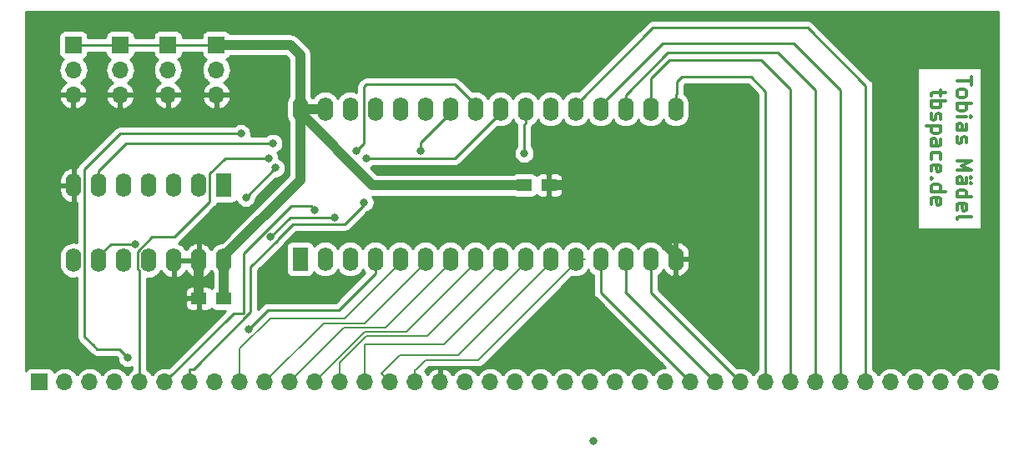
<source format=gtl>
G04 #@! TF.GenerationSoftware,KiCad,Pcbnew,5.1.4*
G04 #@! TF.CreationDate,2019-10-08T23:19:43+02:00*
G04 #@! TF.ProjectId,rc-29f001,72632d32-3966-4303-9031-2e6b69636164,rev?*
G04 #@! TF.SameCoordinates,Original*
G04 #@! TF.FileFunction,Copper,L1,Top*
G04 #@! TF.FilePolarity,Positive*
%FSLAX46Y46*%
G04 Gerber Fmt 4.6, Leading zero omitted, Abs format (unit mm)*
G04 Created by KiCad (PCBNEW 5.1.4) date 2019-10-08 23:19:43*
%MOMM*%
%LPD*%
G04 APERTURE LIST*
%ADD10C,0.375000*%
%ADD11R,1.600000X2.400000*%
%ADD12O,1.600000X2.400000*%
%ADD13R,1.700000X1.700000*%
%ADD14O,1.700000X1.700000*%
%ADD15R,1.500000X1.250000*%
%ADD16C,0.800000*%
%ADD17C,0.250000*%
%ADD18C,1.000000*%
%ADD19C,0.200000*%
%ADD20C,0.254000*%
G04 APERTURE END LIST*
D10*
X116633928Y-157250000D02*
X116633928Y-158107142D01*
X115133928Y-157678571D02*
X116633928Y-157678571D01*
X115133928Y-158821428D02*
X115205357Y-158678571D01*
X115276785Y-158607142D01*
X115419642Y-158535714D01*
X115848214Y-158535714D01*
X115991071Y-158607142D01*
X116062500Y-158678571D01*
X116133928Y-158821428D01*
X116133928Y-159035714D01*
X116062500Y-159178571D01*
X115991071Y-159250000D01*
X115848214Y-159321428D01*
X115419642Y-159321428D01*
X115276785Y-159250000D01*
X115205357Y-159178571D01*
X115133928Y-159035714D01*
X115133928Y-158821428D01*
X115133928Y-159964285D02*
X116633928Y-159964285D01*
X116062500Y-159964285D02*
X116133928Y-160107142D01*
X116133928Y-160392857D01*
X116062500Y-160535714D01*
X115991071Y-160607142D01*
X115848214Y-160678571D01*
X115419642Y-160678571D01*
X115276785Y-160607142D01*
X115205357Y-160535714D01*
X115133928Y-160392857D01*
X115133928Y-160107142D01*
X115205357Y-159964285D01*
X115133928Y-161321428D02*
X116133928Y-161321428D01*
X116633928Y-161321428D02*
X116562500Y-161250000D01*
X116491071Y-161321428D01*
X116562500Y-161392857D01*
X116633928Y-161321428D01*
X116491071Y-161321428D01*
X115133928Y-162678571D02*
X115919642Y-162678571D01*
X116062500Y-162607142D01*
X116133928Y-162464285D01*
X116133928Y-162178571D01*
X116062500Y-162035714D01*
X115205357Y-162678571D02*
X115133928Y-162535714D01*
X115133928Y-162178571D01*
X115205357Y-162035714D01*
X115348214Y-161964285D01*
X115491071Y-161964285D01*
X115633928Y-162035714D01*
X115705357Y-162178571D01*
X115705357Y-162535714D01*
X115776785Y-162678571D01*
X115205357Y-163321428D02*
X115133928Y-163464285D01*
X115133928Y-163750000D01*
X115205357Y-163892857D01*
X115348214Y-163964285D01*
X115419642Y-163964285D01*
X115562500Y-163892857D01*
X115633928Y-163750000D01*
X115633928Y-163535714D01*
X115705357Y-163392857D01*
X115848214Y-163321428D01*
X115919642Y-163321428D01*
X116062500Y-163392857D01*
X116133928Y-163535714D01*
X116133928Y-163750000D01*
X116062500Y-163892857D01*
X115133928Y-165750000D02*
X116633928Y-165750000D01*
X115562500Y-166250000D01*
X116633928Y-166750000D01*
X115133928Y-166750000D01*
X115133928Y-168107142D02*
X115919642Y-168107142D01*
X116062500Y-168035714D01*
X116133928Y-167892857D01*
X116133928Y-167607142D01*
X116062500Y-167464285D01*
X115205357Y-168107142D02*
X115133928Y-167964285D01*
X115133928Y-167607142D01*
X115205357Y-167464285D01*
X115348214Y-167392857D01*
X115491071Y-167392857D01*
X115633928Y-167464285D01*
X115705357Y-167607142D01*
X115705357Y-167964285D01*
X115776785Y-168107142D01*
X116633928Y-167464285D02*
X116562500Y-167535714D01*
X116491071Y-167464285D01*
X116562500Y-167392857D01*
X116633928Y-167464285D01*
X116491071Y-167464285D01*
X116633928Y-168035714D02*
X116562500Y-168107142D01*
X116491071Y-168035714D01*
X116562500Y-167964285D01*
X116633928Y-168035714D01*
X116491071Y-168035714D01*
X115133928Y-169464285D02*
X116633928Y-169464285D01*
X115205357Y-169464285D02*
X115133928Y-169321428D01*
X115133928Y-169035714D01*
X115205357Y-168892857D01*
X115276785Y-168821428D01*
X115419642Y-168750000D01*
X115848214Y-168750000D01*
X115991071Y-168821428D01*
X116062500Y-168892857D01*
X116133928Y-169035714D01*
X116133928Y-169321428D01*
X116062500Y-169464285D01*
X115205357Y-170750000D02*
X115133928Y-170607142D01*
X115133928Y-170321428D01*
X115205357Y-170178571D01*
X115348214Y-170107142D01*
X115919642Y-170107142D01*
X116062500Y-170178571D01*
X116133928Y-170321428D01*
X116133928Y-170607142D01*
X116062500Y-170750000D01*
X115919642Y-170821428D01*
X115776785Y-170821428D01*
X115633928Y-170107142D01*
X115133928Y-171678571D02*
X115205357Y-171535714D01*
X115348214Y-171464285D01*
X116633928Y-171464285D01*
X113508928Y-158607142D02*
X113508928Y-159178571D01*
X114008928Y-158821428D02*
X112723214Y-158821428D01*
X112580357Y-158892857D01*
X112508928Y-159035714D01*
X112508928Y-159178571D01*
X112508928Y-159678571D02*
X114008928Y-159678571D01*
X113437500Y-159678571D02*
X113508928Y-159821428D01*
X113508928Y-160107142D01*
X113437500Y-160250000D01*
X113366071Y-160321428D01*
X113223214Y-160392857D01*
X112794642Y-160392857D01*
X112651785Y-160321428D01*
X112580357Y-160250000D01*
X112508928Y-160107142D01*
X112508928Y-159821428D01*
X112580357Y-159678571D01*
X112580357Y-160964285D02*
X112508928Y-161107142D01*
X112508928Y-161392857D01*
X112580357Y-161535714D01*
X112723214Y-161607142D01*
X112794642Y-161607142D01*
X112937500Y-161535714D01*
X113008928Y-161392857D01*
X113008928Y-161178571D01*
X113080357Y-161035714D01*
X113223214Y-160964285D01*
X113294642Y-160964285D01*
X113437500Y-161035714D01*
X113508928Y-161178571D01*
X113508928Y-161392857D01*
X113437500Y-161535714D01*
X113508928Y-162250000D02*
X112008928Y-162250000D01*
X113437500Y-162250000D02*
X113508928Y-162392857D01*
X113508928Y-162678571D01*
X113437500Y-162821428D01*
X113366071Y-162892857D01*
X113223214Y-162964285D01*
X112794642Y-162964285D01*
X112651785Y-162892857D01*
X112580357Y-162821428D01*
X112508928Y-162678571D01*
X112508928Y-162392857D01*
X112580357Y-162250000D01*
X112508928Y-164250000D02*
X113294642Y-164250000D01*
X113437500Y-164178571D01*
X113508928Y-164035714D01*
X113508928Y-163750000D01*
X113437500Y-163607142D01*
X112580357Y-164250000D02*
X112508928Y-164107142D01*
X112508928Y-163750000D01*
X112580357Y-163607142D01*
X112723214Y-163535714D01*
X112866071Y-163535714D01*
X113008928Y-163607142D01*
X113080357Y-163750000D01*
X113080357Y-164107142D01*
X113151785Y-164250000D01*
X112580357Y-165607142D02*
X112508928Y-165464285D01*
X112508928Y-165178571D01*
X112580357Y-165035714D01*
X112651785Y-164964285D01*
X112794642Y-164892857D01*
X113223214Y-164892857D01*
X113366071Y-164964285D01*
X113437500Y-165035714D01*
X113508928Y-165178571D01*
X113508928Y-165464285D01*
X113437500Y-165607142D01*
X112580357Y-166821428D02*
X112508928Y-166678571D01*
X112508928Y-166392857D01*
X112580357Y-166250000D01*
X112723214Y-166178571D01*
X113294642Y-166178571D01*
X113437500Y-166250000D01*
X113508928Y-166392857D01*
X113508928Y-166678571D01*
X113437500Y-166821428D01*
X113294642Y-166892857D01*
X113151785Y-166892857D01*
X113008928Y-166178571D01*
X112651785Y-167535714D02*
X112580357Y-167607142D01*
X112508928Y-167535714D01*
X112580357Y-167464285D01*
X112651785Y-167535714D01*
X112508928Y-167535714D01*
X112508928Y-168892857D02*
X114008928Y-168892857D01*
X112580357Y-168892857D02*
X112508928Y-168750000D01*
X112508928Y-168464285D01*
X112580357Y-168321428D01*
X112651785Y-168250000D01*
X112794642Y-168178571D01*
X113223214Y-168178571D01*
X113366071Y-168250000D01*
X113437500Y-168321428D01*
X113508928Y-168464285D01*
X113508928Y-168750000D01*
X113437500Y-168892857D01*
X112580357Y-170178571D02*
X112508928Y-170035714D01*
X112508928Y-169750000D01*
X112580357Y-169607142D01*
X112723214Y-169535714D01*
X113294642Y-169535714D01*
X113437500Y-169607142D01*
X113508928Y-169750000D01*
X113508928Y-170035714D01*
X113437500Y-170178571D01*
X113294642Y-170250000D01*
X113151785Y-170250000D01*
X113008928Y-169535714D01*
D11*
X48500000Y-175750000D03*
D12*
X86600000Y-160510000D03*
X51040000Y-175750000D03*
X84060000Y-160510000D03*
X53580000Y-175750000D03*
X81520000Y-160510000D03*
X56120000Y-175750000D03*
X78980000Y-160510000D03*
X58660000Y-175750000D03*
X76440000Y-160510000D03*
X61200000Y-175750000D03*
X73900000Y-160510000D03*
X63740000Y-175750000D03*
X71360000Y-160510000D03*
X66280000Y-175750000D03*
X68820000Y-160510000D03*
X68820000Y-175750000D03*
X66280000Y-160510000D03*
X71360000Y-175750000D03*
X63740000Y-160510000D03*
X73900000Y-175750000D03*
X61200000Y-160510000D03*
X76440000Y-175750000D03*
X58660000Y-160510000D03*
X78980000Y-175750000D03*
X56120000Y-160510000D03*
X81520000Y-175750000D03*
X53580000Y-160510000D03*
X84060000Y-175750000D03*
X51040000Y-160510000D03*
X86600000Y-175750000D03*
X48500000Y-160510000D03*
D11*
X40750000Y-168250000D03*
D12*
X25510000Y-175870000D03*
X38210000Y-168250000D03*
X28050000Y-175870000D03*
X35670000Y-168250000D03*
X30590000Y-175870000D03*
X33130000Y-168250000D03*
X33130000Y-175870000D03*
X30590000Y-168250000D03*
X35670000Y-175870000D03*
X28050000Y-168250000D03*
X38210000Y-175870000D03*
X25510000Y-168250000D03*
X40750000Y-175870000D03*
D13*
X40000000Y-154000000D03*
D14*
X40000000Y-156540000D03*
X40000000Y-159080000D03*
D13*
X35090000Y-154000000D03*
D14*
X35090000Y-156540000D03*
X35090000Y-159080000D03*
D13*
X30250000Y-154000000D03*
D14*
X30250000Y-156540000D03*
X30250000Y-159080000D03*
D13*
X25500000Y-154000000D03*
D14*
X25500000Y-156540000D03*
X25500000Y-159080000D03*
D15*
X40750000Y-179750000D03*
X38250000Y-179750000D03*
X71250000Y-168250000D03*
X73750000Y-168250000D03*
D14*
X118580000Y-188250000D03*
X116040000Y-188250000D03*
X113500000Y-188250000D03*
X110960000Y-188250000D03*
X108420000Y-188250000D03*
X105880000Y-188250000D03*
X103340000Y-188250000D03*
X100800000Y-188250000D03*
X98260000Y-188250000D03*
X95720000Y-188250000D03*
X93180000Y-188250000D03*
X90640000Y-188250000D03*
X88100000Y-188250000D03*
X85560000Y-188250000D03*
X83020000Y-188250000D03*
X80480000Y-188250000D03*
X77940000Y-188250000D03*
X75400000Y-188250000D03*
X72860000Y-188250000D03*
X70320000Y-188250000D03*
X67780000Y-188250000D03*
X65240000Y-188250000D03*
X62700000Y-188250000D03*
X60160000Y-188250000D03*
X57620000Y-188250000D03*
X55080000Y-188250000D03*
X52540000Y-188250000D03*
X50000000Y-188250000D03*
X47460000Y-188250000D03*
X44920000Y-188250000D03*
X42380000Y-188250000D03*
X39840000Y-188250000D03*
X37300000Y-188250000D03*
X34760000Y-188250000D03*
X32220000Y-188250000D03*
X29680000Y-188250000D03*
X27140000Y-188250000D03*
X24600000Y-188250000D03*
D13*
X22060000Y-188250000D03*
D16*
X78250000Y-194250000D03*
X84250000Y-186000000D03*
X23250000Y-164000000D03*
X34750000Y-181500000D03*
X59750000Y-153750000D03*
X71500000Y-154750000D03*
X108750000Y-154250000D03*
X115250000Y-154250000D03*
X75750000Y-168250000D03*
X85000000Y-186500000D03*
X84250000Y-186750000D03*
X52000000Y-171500000D03*
X45500000Y-173500000D03*
X31750000Y-174225000D03*
X42500000Y-163000000D03*
X31000000Y-185750000D03*
X55000000Y-170000000D03*
X60750000Y-164750000D03*
X71250000Y-165000000D03*
X50000000Y-170750000D03*
X45323002Y-165500000D03*
X54250000Y-164750000D03*
X43250000Y-182900000D03*
X43000000Y-169500000D03*
X46000000Y-166500000D03*
X46000000Y-166500000D03*
X46000000Y-166500000D03*
X55250000Y-165500000D03*
X45750000Y-164000000D03*
X45750000Y-164000000D03*
D17*
X76440000Y-160110000D02*
X84300000Y-152250000D01*
X76440000Y-160510000D02*
X76440000Y-160110000D01*
X84300000Y-152250000D02*
X100000000Y-152250000D01*
X105880000Y-158130000D02*
X105880000Y-188250000D01*
X100000000Y-152250000D02*
X105880000Y-158130000D01*
X103340000Y-188250000D02*
X103340000Y-187047919D01*
X78980000Y-160110000D02*
X85250000Y-153840000D01*
X78980000Y-160510000D02*
X78980000Y-160110000D01*
X85250000Y-153840000D02*
X98590000Y-153840000D01*
X103340000Y-158590000D02*
X103340000Y-188250000D01*
X98590000Y-153840000D02*
X103340000Y-158590000D01*
X81520000Y-159060000D02*
X85830000Y-154750000D01*
X81520000Y-160510000D02*
X81520000Y-159060000D01*
X85830000Y-154750000D02*
X97000000Y-154750000D01*
X100800000Y-158550000D02*
X100800000Y-188250000D01*
X97000000Y-154750000D02*
X100800000Y-158550000D01*
X98260000Y-160623590D02*
X98250000Y-160613590D01*
X98260000Y-188250000D02*
X98260000Y-160623590D01*
X98250000Y-160613590D02*
X98250000Y-158500000D01*
X98250000Y-158500000D02*
X95250000Y-155500000D01*
X95250000Y-155500000D02*
X86000000Y-155500000D01*
X84060000Y-157440000D02*
X84060000Y-160510000D01*
X86000000Y-155500000D02*
X84060000Y-157440000D01*
X86600000Y-159060000D02*
X86750000Y-158910000D01*
X86600000Y-160510000D02*
X86600000Y-159060000D01*
X86750000Y-158910000D02*
X86750000Y-157750000D01*
X86750000Y-157750000D02*
X87250000Y-157250000D01*
X87250000Y-157250000D02*
X94250000Y-157250000D01*
X95720000Y-158720000D02*
X95720000Y-188250000D01*
X94250000Y-157250000D02*
X95720000Y-158720000D01*
X84060000Y-179130000D02*
X93180000Y-188250000D01*
X84060000Y-175750000D02*
X84060000Y-179130000D01*
X90640000Y-188250000D02*
X81500000Y-179110000D01*
X81520000Y-179090000D02*
X81520000Y-175750000D01*
X81500000Y-179110000D02*
X81520000Y-179090000D01*
X78980000Y-179130000D02*
X88100000Y-188250000D01*
X78980000Y-175750000D02*
X78980000Y-179130000D01*
D18*
X48500000Y-160910000D02*
X48500000Y-160510000D01*
X55840000Y-168250000D02*
X48500000Y-160910000D01*
X71250000Y-168250000D02*
X55840000Y-168250000D01*
X40750000Y-175870000D02*
X40750000Y-179750000D01*
D17*
X40000000Y-154000000D02*
X25500000Y-154000000D01*
D18*
X48500000Y-155000000D02*
X48500000Y-160510000D01*
X40000000Y-154000000D02*
X47500000Y-154000000D01*
X47500000Y-154000000D02*
X48500000Y-155000000D01*
X48500000Y-160510000D02*
X51040000Y-160510000D01*
X40750000Y-175470000D02*
X40750000Y-175870000D01*
X48500000Y-167720000D02*
X40750000Y-175470000D01*
X48500000Y-160510000D02*
X48500000Y-167720000D01*
X86600000Y-175350000D02*
X86600000Y-175750000D01*
X79500000Y-168250000D02*
X86600000Y-175350000D01*
X73750000Y-168250000D02*
X75750000Y-168250000D01*
X38250000Y-175910000D02*
X38210000Y-175870000D01*
X38250000Y-179750000D02*
X38250000Y-175910000D01*
D17*
X26702081Y-159080000D02*
X40000000Y-159080000D01*
X25500000Y-159080000D02*
X26702081Y-159080000D01*
X25500000Y-168240000D02*
X25510000Y-168250000D01*
X25500000Y-159080000D02*
X25500000Y-168240000D01*
D18*
X75750000Y-168250000D02*
X79500000Y-168250000D01*
D17*
X52000000Y-171500000D02*
X47500000Y-171500000D01*
X47500000Y-171500000D02*
X45500000Y-173500000D01*
X28050000Y-175470000D02*
X28050000Y-175870000D01*
X29295000Y-174225000D02*
X28050000Y-175470000D01*
X31750000Y-174225000D02*
X29295000Y-174225000D01*
D19*
X76440000Y-175750000D02*
X77440000Y-175750000D01*
X60160000Y-187047919D02*
X60250000Y-186957919D01*
X60160000Y-188250000D02*
X60160000Y-187047919D01*
X60292081Y-186957919D02*
X61250000Y-186000000D01*
X60250000Y-186957919D02*
X60292081Y-186957919D01*
X66590000Y-186000000D02*
X76440000Y-176150000D01*
X76440000Y-176150000D02*
X76440000Y-175750000D01*
X61250000Y-186000000D02*
X66590000Y-186000000D01*
X57620000Y-188250000D02*
X56750000Y-187380000D01*
X73900000Y-176150000D02*
X73900000Y-175750000D01*
X58630000Y-185500000D02*
X64550000Y-185500000D01*
X64550000Y-185500000D02*
X73900000Y-176150000D01*
X56750000Y-187380000D02*
X58630000Y-185500000D01*
X55080000Y-188250000D02*
X55080000Y-184420000D01*
X71360000Y-176150000D02*
X71360000Y-175750000D01*
X63090000Y-184420000D02*
X71360000Y-176150000D01*
X55080000Y-184420000D02*
X63090000Y-184420000D01*
X68820000Y-176150000D02*
X68820000Y-175750000D01*
X55265678Y-183550020D02*
X61419980Y-183550020D01*
X52540000Y-186275698D02*
X55265678Y-183550020D01*
X61419980Y-183550020D02*
X68820000Y-176150000D01*
X52540000Y-188250000D02*
X52540000Y-186275698D01*
X59279990Y-183150010D02*
X66280000Y-176150000D01*
X66280000Y-176150000D02*
X66280000Y-175750000D01*
X55099990Y-183150010D02*
X59279990Y-183150010D01*
X50000000Y-188250000D02*
X55099990Y-183150010D01*
X63740000Y-176150000D02*
X63740000Y-175750000D01*
X57140000Y-182750000D02*
X63740000Y-176150000D01*
X52960000Y-182750000D02*
X57140000Y-182750000D01*
X47460000Y-188250000D02*
X52960000Y-182750000D01*
X55100000Y-182250000D02*
X61200000Y-176150000D01*
X61200000Y-176150000D02*
X61200000Y-175750000D01*
X50920000Y-182250000D02*
X55100000Y-182250000D01*
X44920000Y-188250000D02*
X50920000Y-182250000D01*
X42380000Y-188250000D02*
X42380000Y-184870000D01*
X42380000Y-184870000D02*
X45500000Y-181750000D01*
X58660000Y-176150000D02*
X58660000Y-175750000D01*
X53060000Y-181750000D02*
X58660000Y-176150000D01*
X45500000Y-181750000D02*
X53060000Y-181750000D01*
D17*
X42500000Y-163000000D02*
X30250000Y-163000000D01*
X26635010Y-166614990D02*
X26635010Y-183635010D01*
X30250000Y-163000000D02*
X26635010Y-166614990D01*
X26635010Y-183635010D02*
X27500000Y-184500000D01*
X27899999Y-184899999D02*
X30149999Y-184899999D01*
X27500000Y-184500000D02*
X27899999Y-184899999D01*
X30149999Y-184899999D02*
X31000000Y-185750000D01*
X37300000Y-188250000D02*
X37300000Y-186950000D01*
X37686410Y-186950000D02*
X43500000Y-181136410D01*
X37300000Y-186950000D02*
X37686410Y-186950000D01*
X43500000Y-181136410D02*
X43500000Y-179000000D01*
X43500000Y-176573002D02*
X46225001Y-173848001D01*
X43500000Y-179000000D02*
X43500000Y-176573002D01*
X46225001Y-173848001D02*
X46225001Y-173774999D01*
X47774999Y-172225001D02*
X53024999Y-172225001D01*
X46225001Y-173774999D02*
X47774999Y-172225001D01*
X53024999Y-172225001D02*
X55000000Y-170250000D01*
X55000000Y-170250000D02*
X55000000Y-170000000D01*
X63740000Y-160910000D02*
X63740000Y-160510000D01*
X60750000Y-163900000D02*
X63740000Y-160910000D01*
X60750000Y-164750000D02*
X60750000Y-163900000D01*
X71360000Y-161960000D02*
X71250000Y-162070000D01*
X71360000Y-160510000D02*
X71360000Y-161960000D01*
X71250000Y-162070000D02*
X71250000Y-165000000D01*
X49600001Y-170350001D02*
X50000000Y-170750000D01*
X41760000Y-181250000D02*
X42750000Y-181250000D01*
X34760000Y-188250000D02*
X41760000Y-181250000D01*
X42750000Y-181250000D02*
X42750000Y-175176998D01*
X42750000Y-175176998D02*
X47576997Y-170350001D01*
X47576997Y-170350001D02*
X49600001Y-170350001D01*
X32004990Y-175004006D02*
X33508996Y-173500000D01*
X32004990Y-176735994D02*
X32004990Y-175004006D01*
X32220000Y-188250000D02*
X32220000Y-176951004D01*
X32220000Y-176951004D02*
X32004990Y-176735994D01*
X33508996Y-173500000D02*
X35750000Y-173500000D01*
X39335010Y-167079988D02*
X40914998Y-165500000D01*
X35750000Y-173500000D02*
X39335010Y-169914990D01*
X39335010Y-169914990D02*
X39335010Y-167079988D01*
X40914998Y-165500000D02*
X45323002Y-165500000D01*
X54994990Y-164005010D02*
X54994990Y-158255010D01*
X54250000Y-164750000D02*
X54994990Y-164005010D01*
X54994990Y-158255010D02*
X55250000Y-158000000D01*
X66280000Y-160110000D02*
X66280000Y-160510000D01*
X64170000Y-158000000D02*
X66280000Y-160110000D01*
X55250000Y-158000000D02*
X64170000Y-158000000D01*
X45250000Y-181000000D02*
X45250000Y-180900000D01*
X45250000Y-180900000D02*
X43250000Y-182900000D01*
X45815685Y-180900000D02*
X45250000Y-180900000D01*
X56120000Y-177200000D02*
X52420000Y-180900000D01*
X52420000Y-180900000D02*
X45815685Y-180900000D01*
X56120000Y-175750000D02*
X56120000Y-177200000D01*
X43000000Y-169500000D02*
X46000000Y-166500000D01*
X55250000Y-165500000D02*
X64230000Y-165500000D01*
X68820000Y-160910000D02*
X68820000Y-160510000D01*
X64230000Y-165500000D02*
X68820000Y-160910000D01*
X28050000Y-166800000D02*
X30850000Y-164000000D01*
X28050000Y-168250000D02*
X28050000Y-166800000D01*
X30850000Y-164000000D02*
X45750000Y-164000000D01*
D20*
G36*
X77781068Y-176951101D02*
G01*
X77960393Y-177169608D01*
X78178900Y-177348932D01*
X78220000Y-177370901D01*
X78220001Y-179092668D01*
X78216324Y-179130000D01*
X78220001Y-179167333D01*
X78230998Y-179278986D01*
X78235021Y-179292247D01*
X78274454Y-179422246D01*
X78345026Y-179554276D01*
X78401427Y-179623000D01*
X78440000Y-179670001D01*
X78468998Y-179693799D01*
X85540198Y-186765000D01*
X85487050Y-186765000D01*
X85268889Y-186786487D01*
X84988966Y-186871401D01*
X84730986Y-187009294D01*
X84504866Y-187194866D01*
X84319294Y-187420986D01*
X84290000Y-187475791D01*
X84260706Y-187420986D01*
X84075134Y-187194866D01*
X83849014Y-187009294D01*
X83591034Y-186871401D01*
X83311111Y-186786487D01*
X83092950Y-186765000D01*
X82947050Y-186765000D01*
X82728889Y-186786487D01*
X82448966Y-186871401D01*
X82190986Y-187009294D01*
X81964866Y-187194866D01*
X81779294Y-187420986D01*
X81750000Y-187475791D01*
X81720706Y-187420986D01*
X81535134Y-187194866D01*
X81309014Y-187009294D01*
X81051034Y-186871401D01*
X80771111Y-186786487D01*
X80552950Y-186765000D01*
X80407050Y-186765000D01*
X80188889Y-186786487D01*
X79908966Y-186871401D01*
X79650986Y-187009294D01*
X79424866Y-187194866D01*
X79239294Y-187420986D01*
X79210000Y-187475791D01*
X79180706Y-187420986D01*
X78995134Y-187194866D01*
X78769014Y-187009294D01*
X78511034Y-186871401D01*
X78231111Y-186786487D01*
X78012950Y-186765000D01*
X77867050Y-186765000D01*
X77648889Y-186786487D01*
X77368966Y-186871401D01*
X77110986Y-187009294D01*
X76884866Y-187194866D01*
X76699294Y-187420986D01*
X76670000Y-187475791D01*
X76640706Y-187420986D01*
X76455134Y-187194866D01*
X76229014Y-187009294D01*
X75971034Y-186871401D01*
X75691111Y-186786487D01*
X75472950Y-186765000D01*
X75327050Y-186765000D01*
X75108889Y-186786487D01*
X74828966Y-186871401D01*
X74570986Y-187009294D01*
X74344866Y-187194866D01*
X74159294Y-187420986D01*
X74130000Y-187475791D01*
X74100706Y-187420986D01*
X73915134Y-187194866D01*
X73689014Y-187009294D01*
X73431034Y-186871401D01*
X73151111Y-186786487D01*
X72932950Y-186765000D01*
X72787050Y-186765000D01*
X72568889Y-186786487D01*
X72288966Y-186871401D01*
X72030986Y-187009294D01*
X71804866Y-187194866D01*
X71619294Y-187420986D01*
X71590000Y-187475791D01*
X71560706Y-187420986D01*
X71375134Y-187194866D01*
X71149014Y-187009294D01*
X70891034Y-186871401D01*
X70611111Y-186786487D01*
X70392950Y-186765000D01*
X70247050Y-186765000D01*
X70028889Y-186786487D01*
X69748966Y-186871401D01*
X69490986Y-187009294D01*
X69264866Y-187194866D01*
X69079294Y-187420986D01*
X69050000Y-187475791D01*
X69020706Y-187420986D01*
X68835134Y-187194866D01*
X68609014Y-187009294D01*
X68351034Y-186871401D01*
X68071111Y-186786487D01*
X67852950Y-186765000D01*
X67707050Y-186765000D01*
X67488889Y-186786487D01*
X67208966Y-186871401D01*
X66950986Y-187009294D01*
X66724866Y-187194866D01*
X66539294Y-187420986D01*
X66510000Y-187475791D01*
X66480706Y-187420986D01*
X66295134Y-187194866D01*
X66069014Y-187009294D01*
X65811034Y-186871401D01*
X65531111Y-186786487D01*
X65312950Y-186765000D01*
X65167050Y-186765000D01*
X64948889Y-186786487D01*
X64668966Y-186871401D01*
X64410986Y-187009294D01*
X64184866Y-187194866D01*
X63999294Y-187420986D01*
X63964799Y-187485523D01*
X63895178Y-187368645D01*
X63700269Y-187152412D01*
X63466920Y-186978359D01*
X63204099Y-186853175D01*
X63056890Y-186808524D01*
X62827000Y-186929845D01*
X62827000Y-188123000D01*
X62847000Y-188123000D01*
X62847000Y-188377000D01*
X62827000Y-188377000D01*
X62827000Y-188397000D01*
X62573000Y-188397000D01*
X62573000Y-188377000D01*
X62553000Y-188377000D01*
X62553000Y-188123000D01*
X62573000Y-188123000D01*
X62573000Y-186929845D01*
X62343110Y-186808524D01*
X62195901Y-186853175D01*
X61933080Y-186978359D01*
X61699731Y-187152412D01*
X61504822Y-187368645D01*
X61435201Y-187485523D01*
X61400706Y-187420986D01*
X61215134Y-187194866D01*
X61148920Y-187140526D01*
X61554447Y-186735000D01*
X66553895Y-186735000D01*
X66590000Y-186738556D01*
X66626105Y-186735000D01*
X66734085Y-186724365D01*
X66872633Y-186682337D01*
X67000320Y-186614087D01*
X67112238Y-186522238D01*
X67135259Y-186494187D01*
X76086968Y-177542479D01*
X76158692Y-177564236D01*
X76440000Y-177591943D01*
X76721309Y-177564236D01*
X76991808Y-177482182D01*
X77241101Y-177348932D01*
X77459608Y-177169608D01*
X77638932Y-176951101D01*
X77710000Y-176818142D01*
X77781068Y-176951101D01*
X77781068Y-176951101D01*
G37*
X77781068Y-176951101D02*
X77960393Y-177169608D01*
X78178900Y-177348932D01*
X78220000Y-177370901D01*
X78220001Y-179092668D01*
X78216324Y-179130000D01*
X78220001Y-179167333D01*
X78230998Y-179278986D01*
X78235021Y-179292247D01*
X78274454Y-179422246D01*
X78345026Y-179554276D01*
X78401427Y-179623000D01*
X78440000Y-179670001D01*
X78468998Y-179693799D01*
X85540198Y-186765000D01*
X85487050Y-186765000D01*
X85268889Y-186786487D01*
X84988966Y-186871401D01*
X84730986Y-187009294D01*
X84504866Y-187194866D01*
X84319294Y-187420986D01*
X84290000Y-187475791D01*
X84260706Y-187420986D01*
X84075134Y-187194866D01*
X83849014Y-187009294D01*
X83591034Y-186871401D01*
X83311111Y-186786487D01*
X83092950Y-186765000D01*
X82947050Y-186765000D01*
X82728889Y-186786487D01*
X82448966Y-186871401D01*
X82190986Y-187009294D01*
X81964866Y-187194866D01*
X81779294Y-187420986D01*
X81750000Y-187475791D01*
X81720706Y-187420986D01*
X81535134Y-187194866D01*
X81309014Y-187009294D01*
X81051034Y-186871401D01*
X80771111Y-186786487D01*
X80552950Y-186765000D01*
X80407050Y-186765000D01*
X80188889Y-186786487D01*
X79908966Y-186871401D01*
X79650986Y-187009294D01*
X79424866Y-187194866D01*
X79239294Y-187420986D01*
X79210000Y-187475791D01*
X79180706Y-187420986D01*
X78995134Y-187194866D01*
X78769014Y-187009294D01*
X78511034Y-186871401D01*
X78231111Y-186786487D01*
X78012950Y-186765000D01*
X77867050Y-186765000D01*
X77648889Y-186786487D01*
X77368966Y-186871401D01*
X77110986Y-187009294D01*
X76884866Y-187194866D01*
X76699294Y-187420986D01*
X76670000Y-187475791D01*
X76640706Y-187420986D01*
X76455134Y-187194866D01*
X76229014Y-187009294D01*
X75971034Y-186871401D01*
X75691111Y-186786487D01*
X75472950Y-186765000D01*
X75327050Y-186765000D01*
X75108889Y-186786487D01*
X74828966Y-186871401D01*
X74570986Y-187009294D01*
X74344866Y-187194866D01*
X74159294Y-187420986D01*
X74130000Y-187475791D01*
X74100706Y-187420986D01*
X73915134Y-187194866D01*
X73689014Y-187009294D01*
X73431034Y-186871401D01*
X73151111Y-186786487D01*
X72932950Y-186765000D01*
X72787050Y-186765000D01*
X72568889Y-186786487D01*
X72288966Y-186871401D01*
X72030986Y-187009294D01*
X71804866Y-187194866D01*
X71619294Y-187420986D01*
X71590000Y-187475791D01*
X71560706Y-187420986D01*
X71375134Y-187194866D01*
X71149014Y-187009294D01*
X70891034Y-186871401D01*
X70611111Y-186786487D01*
X70392950Y-186765000D01*
X70247050Y-186765000D01*
X70028889Y-186786487D01*
X69748966Y-186871401D01*
X69490986Y-187009294D01*
X69264866Y-187194866D01*
X69079294Y-187420986D01*
X69050000Y-187475791D01*
X69020706Y-187420986D01*
X68835134Y-187194866D01*
X68609014Y-187009294D01*
X68351034Y-186871401D01*
X68071111Y-186786487D01*
X67852950Y-186765000D01*
X67707050Y-186765000D01*
X67488889Y-186786487D01*
X67208966Y-186871401D01*
X66950986Y-187009294D01*
X66724866Y-187194866D01*
X66539294Y-187420986D01*
X66510000Y-187475791D01*
X66480706Y-187420986D01*
X66295134Y-187194866D01*
X66069014Y-187009294D01*
X65811034Y-186871401D01*
X65531111Y-186786487D01*
X65312950Y-186765000D01*
X65167050Y-186765000D01*
X64948889Y-186786487D01*
X64668966Y-186871401D01*
X64410986Y-187009294D01*
X64184866Y-187194866D01*
X63999294Y-187420986D01*
X63964799Y-187485523D01*
X63895178Y-187368645D01*
X63700269Y-187152412D01*
X63466920Y-186978359D01*
X63204099Y-186853175D01*
X63056890Y-186808524D01*
X62827000Y-186929845D01*
X62827000Y-188123000D01*
X62847000Y-188123000D01*
X62847000Y-188377000D01*
X62827000Y-188377000D01*
X62827000Y-188397000D01*
X62573000Y-188397000D01*
X62573000Y-188377000D01*
X62553000Y-188377000D01*
X62553000Y-188123000D01*
X62573000Y-188123000D01*
X62573000Y-186929845D01*
X62343110Y-186808524D01*
X62195901Y-186853175D01*
X61933080Y-186978359D01*
X61699731Y-187152412D01*
X61504822Y-187368645D01*
X61435201Y-187485523D01*
X61400706Y-187420986D01*
X61215134Y-187194866D01*
X61148920Y-187140526D01*
X61554447Y-186735000D01*
X66553895Y-186735000D01*
X66590000Y-186738556D01*
X66626105Y-186735000D01*
X66734085Y-186724365D01*
X66872633Y-186682337D01*
X67000320Y-186614087D01*
X67112238Y-186522238D01*
X67135259Y-186494187D01*
X76086968Y-177542479D01*
X76158692Y-177564236D01*
X76440000Y-177591943D01*
X76721309Y-177564236D01*
X76991808Y-177482182D01*
X77241101Y-177348932D01*
X77459608Y-177169608D01*
X77638932Y-176951101D01*
X77710000Y-176818142D01*
X77781068Y-176951101D01*
G36*
X94960000Y-159034802D02*
G01*
X94960001Y-186972405D01*
X94890986Y-187009294D01*
X94664866Y-187194866D01*
X94479294Y-187420986D01*
X94450000Y-187475791D01*
X94420706Y-187420986D01*
X94235134Y-187194866D01*
X94009014Y-187009294D01*
X93751034Y-186871401D01*
X93471111Y-186786487D01*
X93252950Y-186765000D01*
X93107050Y-186765000D01*
X92888889Y-186786487D01*
X92814005Y-186809203D01*
X84820000Y-178815199D01*
X84820000Y-177370901D01*
X84861101Y-177348932D01*
X85079608Y-177169608D01*
X85258932Y-176951101D01*
X85327265Y-176823259D01*
X85477399Y-177052839D01*
X85675105Y-177254500D01*
X85908354Y-177413715D01*
X86168182Y-177524367D01*
X86250961Y-177541904D01*
X86473000Y-177419915D01*
X86473000Y-175877000D01*
X86727000Y-175877000D01*
X86727000Y-177419915D01*
X86949039Y-177541904D01*
X87031818Y-177524367D01*
X87291646Y-177413715D01*
X87524895Y-177254500D01*
X87722601Y-177052839D01*
X87877166Y-176816483D01*
X87982650Y-176554514D01*
X88035000Y-176277000D01*
X88035000Y-175877000D01*
X86727000Y-175877000D01*
X86473000Y-175877000D01*
X86453000Y-175877000D01*
X86453000Y-175623000D01*
X86473000Y-175623000D01*
X86473000Y-174080085D01*
X86727000Y-174080085D01*
X86727000Y-175623000D01*
X88035000Y-175623000D01*
X88035000Y-175223000D01*
X87982650Y-174945486D01*
X87877166Y-174683517D01*
X87722601Y-174447161D01*
X87524895Y-174245500D01*
X87291646Y-174086285D01*
X87031818Y-173975633D01*
X86949039Y-173958096D01*
X86727000Y-174080085D01*
X86473000Y-174080085D01*
X86250961Y-173958096D01*
X86168182Y-173975633D01*
X85908354Y-174086285D01*
X85675105Y-174245500D01*
X85477399Y-174447161D01*
X85327265Y-174676741D01*
X85258932Y-174548899D01*
X85079607Y-174330392D01*
X84861100Y-174151068D01*
X84611807Y-174017818D01*
X84341308Y-173935764D01*
X84060000Y-173908057D01*
X83778691Y-173935764D01*
X83508192Y-174017818D01*
X83258899Y-174151068D01*
X83040392Y-174330393D01*
X82861068Y-174548900D01*
X82790000Y-174681858D01*
X82718932Y-174548899D01*
X82539607Y-174330392D01*
X82321100Y-174151068D01*
X82071807Y-174017818D01*
X81801308Y-173935764D01*
X81520000Y-173908057D01*
X81238691Y-173935764D01*
X80968192Y-174017818D01*
X80718899Y-174151068D01*
X80500392Y-174330393D01*
X80321068Y-174548900D01*
X80250000Y-174681858D01*
X80178932Y-174548899D01*
X79999607Y-174330392D01*
X79781100Y-174151068D01*
X79531807Y-174017818D01*
X79261308Y-173935764D01*
X78980000Y-173908057D01*
X78698691Y-173935764D01*
X78428192Y-174017818D01*
X78178899Y-174151068D01*
X77960392Y-174330393D01*
X77781068Y-174548900D01*
X77710000Y-174681858D01*
X77638932Y-174548899D01*
X77459607Y-174330392D01*
X77241100Y-174151068D01*
X76991807Y-174017818D01*
X76721308Y-173935764D01*
X76440000Y-173908057D01*
X76158691Y-173935764D01*
X75888192Y-174017818D01*
X75638899Y-174151068D01*
X75420392Y-174330393D01*
X75241068Y-174548900D01*
X75170000Y-174681858D01*
X75098932Y-174548899D01*
X74919607Y-174330392D01*
X74701100Y-174151068D01*
X74451807Y-174017818D01*
X74181308Y-173935764D01*
X73900000Y-173908057D01*
X73618691Y-173935764D01*
X73348192Y-174017818D01*
X73098899Y-174151068D01*
X72880392Y-174330393D01*
X72701068Y-174548900D01*
X72630000Y-174681858D01*
X72558932Y-174548899D01*
X72379607Y-174330392D01*
X72161100Y-174151068D01*
X71911807Y-174017818D01*
X71641308Y-173935764D01*
X71360000Y-173908057D01*
X71078691Y-173935764D01*
X70808192Y-174017818D01*
X70558899Y-174151068D01*
X70340392Y-174330393D01*
X70161068Y-174548900D01*
X70090000Y-174681858D01*
X70018932Y-174548899D01*
X69839607Y-174330392D01*
X69621100Y-174151068D01*
X69371807Y-174017818D01*
X69101308Y-173935764D01*
X68820000Y-173908057D01*
X68538691Y-173935764D01*
X68268192Y-174017818D01*
X68018899Y-174151068D01*
X67800392Y-174330393D01*
X67621068Y-174548900D01*
X67550000Y-174681858D01*
X67478932Y-174548899D01*
X67299607Y-174330392D01*
X67081100Y-174151068D01*
X66831807Y-174017818D01*
X66561308Y-173935764D01*
X66280000Y-173908057D01*
X65998691Y-173935764D01*
X65728192Y-174017818D01*
X65478899Y-174151068D01*
X65260392Y-174330393D01*
X65081068Y-174548900D01*
X65010000Y-174681858D01*
X64938932Y-174548899D01*
X64759607Y-174330392D01*
X64541100Y-174151068D01*
X64291807Y-174017818D01*
X64021308Y-173935764D01*
X63740000Y-173908057D01*
X63458691Y-173935764D01*
X63188192Y-174017818D01*
X62938899Y-174151068D01*
X62720392Y-174330393D01*
X62541068Y-174548900D01*
X62470000Y-174681858D01*
X62398932Y-174548899D01*
X62219607Y-174330392D01*
X62001100Y-174151068D01*
X61751807Y-174017818D01*
X61481308Y-173935764D01*
X61200000Y-173908057D01*
X60918691Y-173935764D01*
X60648192Y-174017818D01*
X60398899Y-174151068D01*
X60180392Y-174330393D01*
X60001068Y-174548900D01*
X59930000Y-174681858D01*
X59858932Y-174548899D01*
X59679607Y-174330392D01*
X59461100Y-174151068D01*
X59211807Y-174017818D01*
X58941308Y-173935764D01*
X58660000Y-173908057D01*
X58378691Y-173935764D01*
X58108192Y-174017818D01*
X57858899Y-174151068D01*
X57640392Y-174330393D01*
X57461068Y-174548900D01*
X57390000Y-174681858D01*
X57318932Y-174548899D01*
X57139607Y-174330392D01*
X56921100Y-174151068D01*
X56671807Y-174017818D01*
X56401308Y-173935764D01*
X56120000Y-173908057D01*
X55838691Y-173935764D01*
X55568192Y-174017818D01*
X55318899Y-174151068D01*
X55100392Y-174330393D01*
X54921068Y-174548900D01*
X54850000Y-174681858D01*
X54778932Y-174548899D01*
X54599607Y-174330392D01*
X54381100Y-174151068D01*
X54131807Y-174017818D01*
X53861308Y-173935764D01*
X53580000Y-173908057D01*
X53298691Y-173935764D01*
X53028192Y-174017818D01*
X52778899Y-174151068D01*
X52560392Y-174330393D01*
X52381068Y-174548900D01*
X52310000Y-174681858D01*
X52238932Y-174548899D01*
X52059607Y-174330392D01*
X51841100Y-174151068D01*
X51591807Y-174017818D01*
X51321308Y-173935764D01*
X51040000Y-173908057D01*
X50758691Y-173935764D01*
X50488192Y-174017818D01*
X50238899Y-174151068D01*
X50020392Y-174330393D01*
X49927581Y-174443483D01*
X49925812Y-174425518D01*
X49889502Y-174305820D01*
X49830537Y-174195506D01*
X49751185Y-174098815D01*
X49654494Y-174019463D01*
X49544180Y-173960498D01*
X49424482Y-173924188D01*
X49300000Y-173911928D01*
X47700000Y-173911928D01*
X47575518Y-173924188D01*
X47455820Y-173960498D01*
X47345506Y-174019463D01*
X47248815Y-174098815D01*
X47169463Y-174195506D01*
X47110498Y-174305820D01*
X47074188Y-174425518D01*
X47061928Y-174550000D01*
X47061928Y-176950000D01*
X47074188Y-177074482D01*
X47110498Y-177194180D01*
X47169463Y-177304494D01*
X47248815Y-177401185D01*
X47345506Y-177480537D01*
X47455820Y-177539502D01*
X47575518Y-177575812D01*
X47700000Y-177588072D01*
X49300000Y-177588072D01*
X49424482Y-177575812D01*
X49544180Y-177539502D01*
X49654494Y-177480537D01*
X49751185Y-177401185D01*
X49830537Y-177304494D01*
X49889502Y-177194180D01*
X49925812Y-177074482D01*
X49927581Y-177056517D01*
X50020393Y-177169608D01*
X50238900Y-177348932D01*
X50488193Y-177482182D01*
X50758692Y-177564236D01*
X51040000Y-177591943D01*
X51321309Y-177564236D01*
X51591808Y-177482182D01*
X51841101Y-177348932D01*
X52059608Y-177169608D01*
X52238932Y-176951101D01*
X52310000Y-176818142D01*
X52381068Y-176951101D01*
X52560393Y-177169608D01*
X52778900Y-177348932D01*
X53028193Y-177482182D01*
X53298692Y-177564236D01*
X53580000Y-177591943D01*
X53861309Y-177564236D01*
X54131808Y-177482182D01*
X54381101Y-177348932D01*
X54599608Y-177169608D01*
X54778932Y-176951101D01*
X54850000Y-176818142D01*
X54921068Y-176951101D01*
X55089213Y-177155985D01*
X52105199Y-180140000D01*
X45287333Y-180140000D01*
X45250000Y-180136323D01*
X45212667Y-180140000D01*
X45101014Y-180150997D01*
X44984149Y-180186447D01*
X44957753Y-180194454D01*
X44825723Y-180265026D01*
X44742083Y-180333668D01*
X44738997Y-180336201D01*
X44709999Y-180359999D01*
X44686201Y-180388997D01*
X44260000Y-180815198D01*
X44260000Y-176887803D01*
X46736005Y-174411799D01*
X46765002Y-174388002D01*
X46859975Y-174272277D01*
X46925947Y-174148854D01*
X48089801Y-172985001D01*
X52987677Y-172985001D01*
X53024999Y-172988677D01*
X53062321Y-172985001D01*
X53062332Y-172985001D01*
X53173985Y-172974004D01*
X53317246Y-172930547D01*
X53449275Y-172859975D01*
X53565000Y-172765002D01*
X53588803Y-172735998D01*
X55349147Y-170975655D01*
X55490256Y-170917205D01*
X55659774Y-170803937D01*
X55803937Y-170659774D01*
X55917205Y-170490256D01*
X55995226Y-170301898D01*
X56035000Y-170101939D01*
X56035000Y-169898061D01*
X55995226Y-169698102D01*
X55917205Y-169509744D01*
X55837348Y-169390230D01*
X55840000Y-169390491D01*
X55895752Y-169385000D01*
X70120482Y-169385000D01*
X70145506Y-169405537D01*
X70255820Y-169464502D01*
X70375518Y-169500812D01*
X70500000Y-169513072D01*
X72000000Y-169513072D01*
X72124482Y-169500812D01*
X72244180Y-169464502D01*
X72354494Y-169405537D01*
X72451185Y-169326185D01*
X72500000Y-169266704D01*
X72548815Y-169326185D01*
X72645506Y-169405537D01*
X72755820Y-169464502D01*
X72875518Y-169500812D01*
X73000000Y-169513072D01*
X73464250Y-169510000D01*
X73623000Y-169351250D01*
X73623000Y-168377000D01*
X73877000Y-168377000D01*
X73877000Y-169351250D01*
X74035750Y-169510000D01*
X74500000Y-169513072D01*
X74624482Y-169500812D01*
X74744180Y-169464502D01*
X74854494Y-169405537D01*
X74951185Y-169326185D01*
X75030537Y-169229494D01*
X75089502Y-169119180D01*
X75125812Y-168999482D01*
X75138072Y-168875000D01*
X75135000Y-168535750D01*
X74976250Y-168377000D01*
X73877000Y-168377000D01*
X73623000Y-168377000D01*
X73603000Y-168377000D01*
X73603000Y-168123000D01*
X73623000Y-168123000D01*
X73623000Y-167148750D01*
X73877000Y-167148750D01*
X73877000Y-168123000D01*
X74976250Y-168123000D01*
X75135000Y-167964250D01*
X75138072Y-167625000D01*
X75125812Y-167500518D01*
X75089502Y-167380820D01*
X75030537Y-167270506D01*
X74951185Y-167173815D01*
X74854494Y-167094463D01*
X74744180Y-167035498D01*
X74624482Y-166999188D01*
X74500000Y-166986928D01*
X74035750Y-166990000D01*
X73877000Y-167148750D01*
X73623000Y-167148750D01*
X73464250Y-166990000D01*
X73000000Y-166986928D01*
X72875518Y-166999188D01*
X72755820Y-167035498D01*
X72645506Y-167094463D01*
X72548815Y-167173815D01*
X72500000Y-167233296D01*
X72451185Y-167173815D01*
X72354494Y-167094463D01*
X72244180Y-167035498D01*
X72124482Y-166999188D01*
X72000000Y-166986928D01*
X70500000Y-166986928D01*
X70375518Y-166999188D01*
X70255820Y-167035498D01*
X70145506Y-167094463D01*
X70120482Y-167115000D01*
X56310133Y-167115000D01*
X55649804Y-166454672D01*
X55740256Y-166417205D01*
X55909774Y-166303937D01*
X55953711Y-166260000D01*
X64192678Y-166260000D01*
X64230000Y-166263676D01*
X64267322Y-166260000D01*
X64267333Y-166260000D01*
X64378986Y-166249003D01*
X64522247Y-166205546D01*
X64654276Y-166134974D01*
X64770001Y-166040001D01*
X64793804Y-166010997D01*
X68494094Y-162310708D01*
X68538692Y-162324236D01*
X68820000Y-162351943D01*
X69101309Y-162324236D01*
X69371808Y-162242182D01*
X69621101Y-162108932D01*
X69839608Y-161929608D01*
X70018932Y-161711101D01*
X70090000Y-161578142D01*
X70161068Y-161711101D01*
X70340393Y-161929608D01*
X70488204Y-162050913D01*
X70486324Y-162070000D01*
X70490000Y-162107323D01*
X70490001Y-164296288D01*
X70446063Y-164340226D01*
X70332795Y-164509744D01*
X70254774Y-164698102D01*
X70215000Y-164898061D01*
X70215000Y-165101939D01*
X70254774Y-165301898D01*
X70332795Y-165490256D01*
X70446063Y-165659774D01*
X70590226Y-165803937D01*
X70759744Y-165917205D01*
X70948102Y-165995226D01*
X71148061Y-166035000D01*
X71351939Y-166035000D01*
X71551898Y-165995226D01*
X71740256Y-165917205D01*
X71909774Y-165803937D01*
X72053937Y-165659774D01*
X72167205Y-165490256D01*
X72245226Y-165301898D01*
X72285000Y-165101939D01*
X72285000Y-164898061D01*
X72245226Y-164698102D01*
X72167205Y-164509744D01*
X72053937Y-164340226D01*
X72010000Y-164296289D01*
X72010000Y-162356165D01*
X72065546Y-162252247D01*
X72098941Y-162142157D01*
X72161101Y-162108932D01*
X72379608Y-161929608D01*
X72558932Y-161711101D01*
X72630000Y-161578142D01*
X72701068Y-161711101D01*
X72880393Y-161929608D01*
X73098900Y-162108932D01*
X73348193Y-162242182D01*
X73618692Y-162324236D01*
X73900000Y-162351943D01*
X74181309Y-162324236D01*
X74451808Y-162242182D01*
X74701101Y-162108932D01*
X74919608Y-161929608D01*
X75098932Y-161711101D01*
X75170000Y-161578142D01*
X75241068Y-161711101D01*
X75420393Y-161929608D01*
X75638900Y-162108932D01*
X75888193Y-162242182D01*
X76158692Y-162324236D01*
X76440000Y-162351943D01*
X76721309Y-162324236D01*
X76991808Y-162242182D01*
X77241101Y-162108932D01*
X77459608Y-161929608D01*
X77638932Y-161711101D01*
X77710000Y-161578142D01*
X77781068Y-161711101D01*
X77960393Y-161929608D01*
X78178900Y-162108932D01*
X78428193Y-162242182D01*
X78698692Y-162324236D01*
X78980000Y-162351943D01*
X79261309Y-162324236D01*
X79531808Y-162242182D01*
X79781101Y-162108932D01*
X79999608Y-161929608D01*
X80178932Y-161711101D01*
X80250000Y-161578142D01*
X80321068Y-161711101D01*
X80500393Y-161929608D01*
X80718900Y-162108932D01*
X80968193Y-162242182D01*
X81238692Y-162324236D01*
X81520000Y-162351943D01*
X81801309Y-162324236D01*
X82071808Y-162242182D01*
X82321101Y-162108932D01*
X82539608Y-161929608D01*
X82718932Y-161711101D01*
X82790000Y-161578142D01*
X82861068Y-161711101D01*
X83040393Y-161929608D01*
X83258900Y-162108932D01*
X83508193Y-162242182D01*
X83778692Y-162324236D01*
X84060000Y-162351943D01*
X84341309Y-162324236D01*
X84611808Y-162242182D01*
X84861101Y-162108932D01*
X85079608Y-161929608D01*
X85258932Y-161711101D01*
X85330000Y-161578142D01*
X85401068Y-161711101D01*
X85580393Y-161929608D01*
X85798900Y-162108932D01*
X86048193Y-162242182D01*
X86318692Y-162324236D01*
X86600000Y-162351943D01*
X86881309Y-162324236D01*
X87151808Y-162242182D01*
X87401101Y-162108932D01*
X87619608Y-161929608D01*
X87798932Y-161711101D01*
X87932182Y-161461808D01*
X88014236Y-161191309D01*
X88035000Y-160980491D01*
X88035000Y-160039508D01*
X88014236Y-159828691D01*
X87932182Y-159558192D01*
X87798932Y-159308899D01*
X87619607Y-159090392D01*
X87505161Y-158996468D01*
X87510000Y-158947333D01*
X87510000Y-158947324D01*
X87513676Y-158910001D01*
X87510000Y-158872678D01*
X87510000Y-158064801D01*
X87564801Y-158010000D01*
X93935199Y-158010000D01*
X94960000Y-159034802D01*
X94960000Y-159034802D01*
G37*
X94960000Y-159034802D02*
X94960001Y-186972405D01*
X94890986Y-187009294D01*
X94664866Y-187194866D01*
X94479294Y-187420986D01*
X94450000Y-187475791D01*
X94420706Y-187420986D01*
X94235134Y-187194866D01*
X94009014Y-187009294D01*
X93751034Y-186871401D01*
X93471111Y-186786487D01*
X93252950Y-186765000D01*
X93107050Y-186765000D01*
X92888889Y-186786487D01*
X92814005Y-186809203D01*
X84820000Y-178815199D01*
X84820000Y-177370901D01*
X84861101Y-177348932D01*
X85079608Y-177169608D01*
X85258932Y-176951101D01*
X85327265Y-176823259D01*
X85477399Y-177052839D01*
X85675105Y-177254500D01*
X85908354Y-177413715D01*
X86168182Y-177524367D01*
X86250961Y-177541904D01*
X86473000Y-177419915D01*
X86473000Y-175877000D01*
X86727000Y-175877000D01*
X86727000Y-177419915D01*
X86949039Y-177541904D01*
X87031818Y-177524367D01*
X87291646Y-177413715D01*
X87524895Y-177254500D01*
X87722601Y-177052839D01*
X87877166Y-176816483D01*
X87982650Y-176554514D01*
X88035000Y-176277000D01*
X88035000Y-175877000D01*
X86727000Y-175877000D01*
X86473000Y-175877000D01*
X86453000Y-175877000D01*
X86453000Y-175623000D01*
X86473000Y-175623000D01*
X86473000Y-174080085D01*
X86727000Y-174080085D01*
X86727000Y-175623000D01*
X88035000Y-175623000D01*
X88035000Y-175223000D01*
X87982650Y-174945486D01*
X87877166Y-174683517D01*
X87722601Y-174447161D01*
X87524895Y-174245500D01*
X87291646Y-174086285D01*
X87031818Y-173975633D01*
X86949039Y-173958096D01*
X86727000Y-174080085D01*
X86473000Y-174080085D01*
X86250961Y-173958096D01*
X86168182Y-173975633D01*
X85908354Y-174086285D01*
X85675105Y-174245500D01*
X85477399Y-174447161D01*
X85327265Y-174676741D01*
X85258932Y-174548899D01*
X85079607Y-174330392D01*
X84861100Y-174151068D01*
X84611807Y-174017818D01*
X84341308Y-173935764D01*
X84060000Y-173908057D01*
X83778691Y-173935764D01*
X83508192Y-174017818D01*
X83258899Y-174151068D01*
X83040392Y-174330393D01*
X82861068Y-174548900D01*
X82790000Y-174681858D01*
X82718932Y-174548899D01*
X82539607Y-174330392D01*
X82321100Y-174151068D01*
X82071807Y-174017818D01*
X81801308Y-173935764D01*
X81520000Y-173908057D01*
X81238691Y-173935764D01*
X80968192Y-174017818D01*
X80718899Y-174151068D01*
X80500392Y-174330393D01*
X80321068Y-174548900D01*
X80250000Y-174681858D01*
X80178932Y-174548899D01*
X79999607Y-174330392D01*
X79781100Y-174151068D01*
X79531807Y-174017818D01*
X79261308Y-173935764D01*
X78980000Y-173908057D01*
X78698691Y-173935764D01*
X78428192Y-174017818D01*
X78178899Y-174151068D01*
X77960392Y-174330393D01*
X77781068Y-174548900D01*
X77710000Y-174681858D01*
X77638932Y-174548899D01*
X77459607Y-174330392D01*
X77241100Y-174151068D01*
X76991807Y-174017818D01*
X76721308Y-173935764D01*
X76440000Y-173908057D01*
X76158691Y-173935764D01*
X75888192Y-174017818D01*
X75638899Y-174151068D01*
X75420392Y-174330393D01*
X75241068Y-174548900D01*
X75170000Y-174681858D01*
X75098932Y-174548899D01*
X74919607Y-174330392D01*
X74701100Y-174151068D01*
X74451807Y-174017818D01*
X74181308Y-173935764D01*
X73900000Y-173908057D01*
X73618691Y-173935764D01*
X73348192Y-174017818D01*
X73098899Y-174151068D01*
X72880392Y-174330393D01*
X72701068Y-174548900D01*
X72630000Y-174681858D01*
X72558932Y-174548899D01*
X72379607Y-174330392D01*
X72161100Y-174151068D01*
X71911807Y-174017818D01*
X71641308Y-173935764D01*
X71360000Y-173908057D01*
X71078691Y-173935764D01*
X70808192Y-174017818D01*
X70558899Y-174151068D01*
X70340392Y-174330393D01*
X70161068Y-174548900D01*
X70090000Y-174681858D01*
X70018932Y-174548899D01*
X69839607Y-174330392D01*
X69621100Y-174151068D01*
X69371807Y-174017818D01*
X69101308Y-173935764D01*
X68820000Y-173908057D01*
X68538691Y-173935764D01*
X68268192Y-174017818D01*
X68018899Y-174151068D01*
X67800392Y-174330393D01*
X67621068Y-174548900D01*
X67550000Y-174681858D01*
X67478932Y-174548899D01*
X67299607Y-174330392D01*
X67081100Y-174151068D01*
X66831807Y-174017818D01*
X66561308Y-173935764D01*
X66280000Y-173908057D01*
X65998691Y-173935764D01*
X65728192Y-174017818D01*
X65478899Y-174151068D01*
X65260392Y-174330393D01*
X65081068Y-174548900D01*
X65010000Y-174681858D01*
X64938932Y-174548899D01*
X64759607Y-174330392D01*
X64541100Y-174151068D01*
X64291807Y-174017818D01*
X64021308Y-173935764D01*
X63740000Y-173908057D01*
X63458691Y-173935764D01*
X63188192Y-174017818D01*
X62938899Y-174151068D01*
X62720392Y-174330393D01*
X62541068Y-174548900D01*
X62470000Y-174681858D01*
X62398932Y-174548899D01*
X62219607Y-174330392D01*
X62001100Y-174151068D01*
X61751807Y-174017818D01*
X61481308Y-173935764D01*
X61200000Y-173908057D01*
X60918691Y-173935764D01*
X60648192Y-174017818D01*
X60398899Y-174151068D01*
X60180392Y-174330393D01*
X60001068Y-174548900D01*
X59930000Y-174681858D01*
X59858932Y-174548899D01*
X59679607Y-174330392D01*
X59461100Y-174151068D01*
X59211807Y-174017818D01*
X58941308Y-173935764D01*
X58660000Y-173908057D01*
X58378691Y-173935764D01*
X58108192Y-174017818D01*
X57858899Y-174151068D01*
X57640392Y-174330393D01*
X57461068Y-174548900D01*
X57390000Y-174681858D01*
X57318932Y-174548899D01*
X57139607Y-174330392D01*
X56921100Y-174151068D01*
X56671807Y-174017818D01*
X56401308Y-173935764D01*
X56120000Y-173908057D01*
X55838691Y-173935764D01*
X55568192Y-174017818D01*
X55318899Y-174151068D01*
X55100392Y-174330393D01*
X54921068Y-174548900D01*
X54850000Y-174681858D01*
X54778932Y-174548899D01*
X54599607Y-174330392D01*
X54381100Y-174151068D01*
X54131807Y-174017818D01*
X53861308Y-173935764D01*
X53580000Y-173908057D01*
X53298691Y-173935764D01*
X53028192Y-174017818D01*
X52778899Y-174151068D01*
X52560392Y-174330393D01*
X52381068Y-174548900D01*
X52310000Y-174681858D01*
X52238932Y-174548899D01*
X52059607Y-174330392D01*
X51841100Y-174151068D01*
X51591807Y-174017818D01*
X51321308Y-173935764D01*
X51040000Y-173908057D01*
X50758691Y-173935764D01*
X50488192Y-174017818D01*
X50238899Y-174151068D01*
X50020392Y-174330393D01*
X49927581Y-174443483D01*
X49925812Y-174425518D01*
X49889502Y-174305820D01*
X49830537Y-174195506D01*
X49751185Y-174098815D01*
X49654494Y-174019463D01*
X49544180Y-173960498D01*
X49424482Y-173924188D01*
X49300000Y-173911928D01*
X47700000Y-173911928D01*
X47575518Y-173924188D01*
X47455820Y-173960498D01*
X47345506Y-174019463D01*
X47248815Y-174098815D01*
X47169463Y-174195506D01*
X47110498Y-174305820D01*
X47074188Y-174425518D01*
X47061928Y-174550000D01*
X47061928Y-176950000D01*
X47074188Y-177074482D01*
X47110498Y-177194180D01*
X47169463Y-177304494D01*
X47248815Y-177401185D01*
X47345506Y-177480537D01*
X47455820Y-177539502D01*
X47575518Y-177575812D01*
X47700000Y-177588072D01*
X49300000Y-177588072D01*
X49424482Y-177575812D01*
X49544180Y-177539502D01*
X49654494Y-177480537D01*
X49751185Y-177401185D01*
X49830537Y-177304494D01*
X49889502Y-177194180D01*
X49925812Y-177074482D01*
X49927581Y-177056517D01*
X50020393Y-177169608D01*
X50238900Y-177348932D01*
X50488193Y-177482182D01*
X50758692Y-177564236D01*
X51040000Y-177591943D01*
X51321309Y-177564236D01*
X51591808Y-177482182D01*
X51841101Y-177348932D01*
X52059608Y-177169608D01*
X52238932Y-176951101D01*
X52310000Y-176818142D01*
X52381068Y-176951101D01*
X52560393Y-177169608D01*
X52778900Y-177348932D01*
X53028193Y-177482182D01*
X53298692Y-177564236D01*
X53580000Y-177591943D01*
X53861309Y-177564236D01*
X54131808Y-177482182D01*
X54381101Y-177348932D01*
X54599608Y-177169608D01*
X54778932Y-176951101D01*
X54850000Y-176818142D01*
X54921068Y-176951101D01*
X55089213Y-177155985D01*
X52105199Y-180140000D01*
X45287333Y-180140000D01*
X45250000Y-180136323D01*
X45212667Y-180140000D01*
X45101014Y-180150997D01*
X44984149Y-180186447D01*
X44957753Y-180194454D01*
X44825723Y-180265026D01*
X44742083Y-180333668D01*
X44738997Y-180336201D01*
X44709999Y-180359999D01*
X44686201Y-180388997D01*
X44260000Y-180815198D01*
X44260000Y-176887803D01*
X46736005Y-174411799D01*
X46765002Y-174388002D01*
X46859975Y-174272277D01*
X46925947Y-174148854D01*
X48089801Y-172985001D01*
X52987677Y-172985001D01*
X53024999Y-172988677D01*
X53062321Y-172985001D01*
X53062332Y-172985001D01*
X53173985Y-172974004D01*
X53317246Y-172930547D01*
X53449275Y-172859975D01*
X53565000Y-172765002D01*
X53588803Y-172735998D01*
X55349147Y-170975655D01*
X55490256Y-170917205D01*
X55659774Y-170803937D01*
X55803937Y-170659774D01*
X55917205Y-170490256D01*
X55995226Y-170301898D01*
X56035000Y-170101939D01*
X56035000Y-169898061D01*
X55995226Y-169698102D01*
X55917205Y-169509744D01*
X55837348Y-169390230D01*
X55840000Y-169390491D01*
X55895752Y-169385000D01*
X70120482Y-169385000D01*
X70145506Y-169405537D01*
X70255820Y-169464502D01*
X70375518Y-169500812D01*
X70500000Y-169513072D01*
X72000000Y-169513072D01*
X72124482Y-169500812D01*
X72244180Y-169464502D01*
X72354494Y-169405537D01*
X72451185Y-169326185D01*
X72500000Y-169266704D01*
X72548815Y-169326185D01*
X72645506Y-169405537D01*
X72755820Y-169464502D01*
X72875518Y-169500812D01*
X73000000Y-169513072D01*
X73464250Y-169510000D01*
X73623000Y-169351250D01*
X73623000Y-168377000D01*
X73877000Y-168377000D01*
X73877000Y-169351250D01*
X74035750Y-169510000D01*
X74500000Y-169513072D01*
X74624482Y-169500812D01*
X74744180Y-169464502D01*
X74854494Y-169405537D01*
X74951185Y-169326185D01*
X75030537Y-169229494D01*
X75089502Y-169119180D01*
X75125812Y-168999482D01*
X75138072Y-168875000D01*
X75135000Y-168535750D01*
X74976250Y-168377000D01*
X73877000Y-168377000D01*
X73623000Y-168377000D01*
X73603000Y-168377000D01*
X73603000Y-168123000D01*
X73623000Y-168123000D01*
X73623000Y-167148750D01*
X73877000Y-167148750D01*
X73877000Y-168123000D01*
X74976250Y-168123000D01*
X75135000Y-167964250D01*
X75138072Y-167625000D01*
X75125812Y-167500518D01*
X75089502Y-167380820D01*
X75030537Y-167270506D01*
X74951185Y-167173815D01*
X74854494Y-167094463D01*
X74744180Y-167035498D01*
X74624482Y-166999188D01*
X74500000Y-166986928D01*
X74035750Y-166990000D01*
X73877000Y-167148750D01*
X73623000Y-167148750D01*
X73464250Y-166990000D01*
X73000000Y-166986928D01*
X72875518Y-166999188D01*
X72755820Y-167035498D01*
X72645506Y-167094463D01*
X72548815Y-167173815D01*
X72500000Y-167233296D01*
X72451185Y-167173815D01*
X72354494Y-167094463D01*
X72244180Y-167035498D01*
X72124482Y-166999188D01*
X72000000Y-166986928D01*
X70500000Y-166986928D01*
X70375518Y-166999188D01*
X70255820Y-167035498D01*
X70145506Y-167094463D01*
X70120482Y-167115000D01*
X56310133Y-167115000D01*
X55649804Y-166454672D01*
X55740256Y-166417205D01*
X55909774Y-166303937D01*
X55953711Y-166260000D01*
X64192678Y-166260000D01*
X64230000Y-166263676D01*
X64267322Y-166260000D01*
X64267333Y-166260000D01*
X64378986Y-166249003D01*
X64522247Y-166205546D01*
X64654276Y-166134974D01*
X64770001Y-166040001D01*
X64793804Y-166010997D01*
X68494094Y-162310708D01*
X68538692Y-162324236D01*
X68820000Y-162351943D01*
X69101309Y-162324236D01*
X69371808Y-162242182D01*
X69621101Y-162108932D01*
X69839608Y-161929608D01*
X70018932Y-161711101D01*
X70090000Y-161578142D01*
X70161068Y-161711101D01*
X70340393Y-161929608D01*
X70488204Y-162050913D01*
X70486324Y-162070000D01*
X70490000Y-162107323D01*
X70490001Y-164296288D01*
X70446063Y-164340226D01*
X70332795Y-164509744D01*
X70254774Y-164698102D01*
X70215000Y-164898061D01*
X70215000Y-165101939D01*
X70254774Y-165301898D01*
X70332795Y-165490256D01*
X70446063Y-165659774D01*
X70590226Y-165803937D01*
X70759744Y-165917205D01*
X70948102Y-165995226D01*
X71148061Y-166035000D01*
X71351939Y-166035000D01*
X71551898Y-165995226D01*
X71740256Y-165917205D01*
X71909774Y-165803937D01*
X72053937Y-165659774D01*
X72167205Y-165490256D01*
X72245226Y-165301898D01*
X72285000Y-165101939D01*
X72285000Y-164898061D01*
X72245226Y-164698102D01*
X72167205Y-164509744D01*
X72053937Y-164340226D01*
X72010000Y-164296289D01*
X72010000Y-162356165D01*
X72065546Y-162252247D01*
X72098941Y-162142157D01*
X72161101Y-162108932D01*
X72379608Y-161929608D01*
X72558932Y-161711101D01*
X72630000Y-161578142D01*
X72701068Y-161711101D01*
X72880393Y-161929608D01*
X73098900Y-162108932D01*
X73348193Y-162242182D01*
X73618692Y-162324236D01*
X73900000Y-162351943D01*
X74181309Y-162324236D01*
X74451808Y-162242182D01*
X74701101Y-162108932D01*
X74919608Y-161929608D01*
X75098932Y-161711101D01*
X75170000Y-161578142D01*
X75241068Y-161711101D01*
X75420393Y-161929608D01*
X75638900Y-162108932D01*
X75888193Y-162242182D01*
X76158692Y-162324236D01*
X76440000Y-162351943D01*
X76721309Y-162324236D01*
X76991808Y-162242182D01*
X77241101Y-162108932D01*
X77459608Y-161929608D01*
X77638932Y-161711101D01*
X77710000Y-161578142D01*
X77781068Y-161711101D01*
X77960393Y-161929608D01*
X78178900Y-162108932D01*
X78428193Y-162242182D01*
X78698692Y-162324236D01*
X78980000Y-162351943D01*
X79261309Y-162324236D01*
X79531808Y-162242182D01*
X79781101Y-162108932D01*
X79999608Y-161929608D01*
X80178932Y-161711101D01*
X80250000Y-161578142D01*
X80321068Y-161711101D01*
X80500393Y-161929608D01*
X80718900Y-162108932D01*
X80968193Y-162242182D01*
X81238692Y-162324236D01*
X81520000Y-162351943D01*
X81801309Y-162324236D01*
X82071808Y-162242182D01*
X82321101Y-162108932D01*
X82539608Y-161929608D01*
X82718932Y-161711101D01*
X82790000Y-161578142D01*
X82861068Y-161711101D01*
X83040393Y-161929608D01*
X83258900Y-162108932D01*
X83508193Y-162242182D01*
X83778692Y-162324236D01*
X84060000Y-162351943D01*
X84341309Y-162324236D01*
X84611808Y-162242182D01*
X84861101Y-162108932D01*
X85079608Y-161929608D01*
X85258932Y-161711101D01*
X85330000Y-161578142D01*
X85401068Y-161711101D01*
X85580393Y-161929608D01*
X85798900Y-162108932D01*
X86048193Y-162242182D01*
X86318692Y-162324236D01*
X86600000Y-162351943D01*
X86881309Y-162324236D01*
X87151808Y-162242182D01*
X87401101Y-162108932D01*
X87619608Y-161929608D01*
X87798932Y-161711101D01*
X87932182Y-161461808D01*
X88014236Y-161191309D01*
X88035000Y-160980491D01*
X88035000Y-160039508D01*
X88014236Y-159828691D01*
X87932182Y-159558192D01*
X87798932Y-159308899D01*
X87619607Y-159090392D01*
X87505161Y-158996468D01*
X87510000Y-158947333D01*
X87510000Y-158947324D01*
X87513676Y-158910001D01*
X87510000Y-158872678D01*
X87510000Y-158064801D01*
X87564801Y-158010000D01*
X93935199Y-158010000D01*
X94960000Y-159034802D01*
G36*
X119340001Y-186972406D02*
G01*
X119151034Y-186871401D01*
X118871111Y-186786487D01*
X118652950Y-186765000D01*
X118507050Y-186765000D01*
X118288889Y-186786487D01*
X118008966Y-186871401D01*
X117750986Y-187009294D01*
X117524866Y-187194866D01*
X117339294Y-187420986D01*
X117310000Y-187475791D01*
X117280706Y-187420986D01*
X117095134Y-187194866D01*
X116869014Y-187009294D01*
X116611034Y-186871401D01*
X116331111Y-186786487D01*
X116112950Y-186765000D01*
X115967050Y-186765000D01*
X115748889Y-186786487D01*
X115468966Y-186871401D01*
X115210986Y-187009294D01*
X114984866Y-187194866D01*
X114799294Y-187420986D01*
X114770000Y-187475791D01*
X114740706Y-187420986D01*
X114555134Y-187194866D01*
X114329014Y-187009294D01*
X114071034Y-186871401D01*
X113791111Y-186786487D01*
X113572950Y-186765000D01*
X113427050Y-186765000D01*
X113208889Y-186786487D01*
X112928966Y-186871401D01*
X112670986Y-187009294D01*
X112444866Y-187194866D01*
X112259294Y-187420986D01*
X112230000Y-187475791D01*
X112200706Y-187420986D01*
X112015134Y-187194866D01*
X111789014Y-187009294D01*
X111531034Y-186871401D01*
X111251111Y-186786487D01*
X111032950Y-186765000D01*
X110887050Y-186765000D01*
X110668889Y-186786487D01*
X110388966Y-186871401D01*
X110130986Y-187009294D01*
X109904866Y-187194866D01*
X109719294Y-187420986D01*
X109690000Y-187475791D01*
X109660706Y-187420986D01*
X109475134Y-187194866D01*
X109249014Y-187009294D01*
X108991034Y-186871401D01*
X108711111Y-186786487D01*
X108492950Y-186765000D01*
X108347050Y-186765000D01*
X108128889Y-186786487D01*
X107848966Y-186871401D01*
X107590986Y-187009294D01*
X107364866Y-187194866D01*
X107179294Y-187420986D01*
X107150000Y-187475791D01*
X107120706Y-187420986D01*
X106935134Y-187194866D01*
X106709014Y-187009294D01*
X106640000Y-186972405D01*
X106640000Y-158167325D01*
X106643676Y-158130000D01*
X106640000Y-158092675D01*
X106640000Y-158092667D01*
X106629003Y-157981014D01*
X106585546Y-157837753D01*
X106514974Y-157705724D01*
X106420001Y-157589999D01*
X106391004Y-157566202D01*
X105109445Y-156284643D01*
X111101250Y-156284643D01*
X111101250Y-172715357D01*
X117621250Y-172715357D01*
X117621250Y-156284643D01*
X111101250Y-156284643D01*
X105109445Y-156284643D01*
X100563804Y-151739003D01*
X100540001Y-151709999D01*
X100424276Y-151615026D01*
X100292247Y-151544454D01*
X100148986Y-151500997D01*
X100037333Y-151490000D01*
X100037322Y-151490000D01*
X100000000Y-151486324D01*
X99962678Y-151490000D01*
X84337333Y-151490000D01*
X84300000Y-151486323D01*
X84262667Y-151490000D01*
X84151014Y-151500997D01*
X84007753Y-151544454D01*
X83875724Y-151615026D01*
X83759999Y-151709999D01*
X83736201Y-151738997D01*
X76765906Y-158709293D01*
X76721308Y-158695764D01*
X76440000Y-158668057D01*
X76158691Y-158695764D01*
X75888192Y-158777818D01*
X75638899Y-158911068D01*
X75420392Y-159090393D01*
X75241068Y-159308900D01*
X75170000Y-159441858D01*
X75098932Y-159308899D01*
X74919607Y-159090392D01*
X74701100Y-158911068D01*
X74451807Y-158777818D01*
X74181308Y-158695764D01*
X73900000Y-158668057D01*
X73618691Y-158695764D01*
X73348192Y-158777818D01*
X73098899Y-158911068D01*
X72880392Y-159090393D01*
X72701068Y-159308900D01*
X72630000Y-159441858D01*
X72558932Y-159308899D01*
X72379607Y-159090392D01*
X72161100Y-158911068D01*
X71911807Y-158777818D01*
X71641308Y-158695764D01*
X71360000Y-158668057D01*
X71078691Y-158695764D01*
X70808192Y-158777818D01*
X70558899Y-158911068D01*
X70340392Y-159090393D01*
X70161068Y-159308900D01*
X70090000Y-159441858D01*
X70018932Y-159308899D01*
X69839607Y-159090392D01*
X69621100Y-158911068D01*
X69371807Y-158777818D01*
X69101308Y-158695764D01*
X68820000Y-158668057D01*
X68538691Y-158695764D01*
X68268192Y-158777818D01*
X68018899Y-158911068D01*
X67800392Y-159090393D01*
X67621068Y-159308900D01*
X67550000Y-159441858D01*
X67478932Y-159308899D01*
X67299607Y-159090392D01*
X67081100Y-158911068D01*
X66831807Y-158777818D01*
X66561308Y-158695764D01*
X66280000Y-158668057D01*
X65998691Y-158695764D01*
X65954094Y-158709292D01*
X64733804Y-157489003D01*
X64710001Y-157459999D01*
X64594276Y-157365026D01*
X64462247Y-157294454D01*
X64318986Y-157250997D01*
X64207333Y-157240000D01*
X64207322Y-157240000D01*
X64170000Y-157236324D01*
X64132678Y-157240000D01*
X55287333Y-157240000D01*
X55250000Y-157236323D01*
X55212667Y-157240000D01*
X55101014Y-157250997D01*
X54957753Y-157294454D01*
X54825724Y-157365026D01*
X54709999Y-157459999D01*
X54686196Y-157489003D01*
X54483988Y-157691211D01*
X54454990Y-157715009D01*
X54431192Y-157744007D01*
X54431191Y-157744008D01*
X54360016Y-157830734D01*
X54289444Y-157962764D01*
X54262983Y-158049999D01*
X54245988Y-158106024D01*
X54240108Y-158165723D01*
X54231314Y-158255010D01*
X54234991Y-158292342D01*
X54234991Y-158832971D01*
X54131807Y-158777818D01*
X53861308Y-158695764D01*
X53580000Y-158668057D01*
X53298691Y-158695764D01*
X53028192Y-158777818D01*
X52778899Y-158911068D01*
X52560392Y-159090393D01*
X52381068Y-159308900D01*
X52310000Y-159441858D01*
X52238932Y-159308899D01*
X52059607Y-159090392D01*
X51841100Y-158911068D01*
X51591807Y-158777818D01*
X51321308Y-158695764D01*
X51040000Y-158668057D01*
X50758691Y-158695764D01*
X50488192Y-158777818D01*
X50238899Y-158911068D01*
X50020392Y-159090393D01*
X49841068Y-159308900D01*
X49805737Y-159375000D01*
X49734264Y-159375000D01*
X49698932Y-159308899D01*
X49635000Y-159230998D01*
X49635000Y-155055752D01*
X49640491Y-155000000D01*
X49618577Y-154777501D01*
X49553676Y-154563553D01*
X49448284Y-154366377D01*
X49341989Y-154236856D01*
X49341987Y-154236854D01*
X49306449Y-154193551D01*
X49263145Y-154158013D01*
X48341995Y-153236864D01*
X48306449Y-153193551D01*
X48133623Y-153051716D01*
X47936447Y-152946324D01*
X47722499Y-152881423D01*
X47555752Y-152865000D01*
X47555751Y-152865000D01*
X47500000Y-152859509D01*
X47444249Y-152865000D01*
X41417683Y-152865000D01*
X41380537Y-152795506D01*
X41301185Y-152698815D01*
X41204494Y-152619463D01*
X41094180Y-152560498D01*
X40974482Y-152524188D01*
X40850000Y-152511928D01*
X39150000Y-152511928D01*
X39025518Y-152524188D01*
X38905820Y-152560498D01*
X38795506Y-152619463D01*
X38698815Y-152698815D01*
X38619463Y-152795506D01*
X38560498Y-152905820D01*
X38524188Y-153025518D01*
X38511928Y-153150000D01*
X38511928Y-153240000D01*
X36578072Y-153240000D01*
X36578072Y-153150000D01*
X36565812Y-153025518D01*
X36529502Y-152905820D01*
X36470537Y-152795506D01*
X36391185Y-152698815D01*
X36294494Y-152619463D01*
X36184180Y-152560498D01*
X36064482Y-152524188D01*
X35940000Y-152511928D01*
X34240000Y-152511928D01*
X34115518Y-152524188D01*
X33995820Y-152560498D01*
X33885506Y-152619463D01*
X33788815Y-152698815D01*
X33709463Y-152795506D01*
X33650498Y-152905820D01*
X33614188Y-153025518D01*
X33601928Y-153150000D01*
X33601928Y-153240000D01*
X31738072Y-153240000D01*
X31738072Y-153150000D01*
X31725812Y-153025518D01*
X31689502Y-152905820D01*
X31630537Y-152795506D01*
X31551185Y-152698815D01*
X31454494Y-152619463D01*
X31344180Y-152560498D01*
X31224482Y-152524188D01*
X31100000Y-152511928D01*
X29400000Y-152511928D01*
X29275518Y-152524188D01*
X29155820Y-152560498D01*
X29045506Y-152619463D01*
X28948815Y-152698815D01*
X28869463Y-152795506D01*
X28810498Y-152905820D01*
X28774188Y-153025518D01*
X28761928Y-153150000D01*
X28761928Y-153240000D01*
X26988072Y-153240000D01*
X26988072Y-153150000D01*
X26975812Y-153025518D01*
X26939502Y-152905820D01*
X26880537Y-152795506D01*
X26801185Y-152698815D01*
X26704494Y-152619463D01*
X26594180Y-152560498D01*
X26474482Y-152524188D01*
X26350000Y-152511928D01*
X24650000Y-152511928D01*
X24525518Y-152524188D01*
X24405820Y-152560498D01*
X24295506Y-152619463D01*
X24198815Y-152698815D01*
X24119463Y-152795506D01*
X24060498Y-152905820D01*
X24024188Y-153025518D01*
X24011928Y-153150000D01*
X24011928Y-154850000D01*
X24024188Y-154974482D01*
X24060498Y-155094180D01*
X24119463Y-155204494D01*
X24198815Y-155301185D01*
X24295506Y-155380537D01*
X24405820Y-155439502D01*
X24474687Y-155460393D01*
X24444866Y-155484866D01*
X24259294Y-155710986D01*
X24121401Y-155968966D01*
X24036487Y-156248889D01*
X24007815Y-156540000D01*
X24036487Y-156831111D01*
X24121401Y-157111034D01*
X24259294Y-157369014D01*
X24444866Y-157595134D01*
X24670986Y-157780706D01*
X24735523Y-157815201D01*
X24618645Y-157884822D01*
X24402412Y-158079731D01*
X24228359Y-158313080D01*
X24103175Y-158575901D01*
X24058524Y-158723110D01*
X24179845Y-158953000D01*
X25373000Y-158953000D01*
X25373000Y-158933000D01*
X25627000Y-158933000D01*
X25627000Y-158953000D01*
X26820155Y-158953000D01*
X26941476Y-158723110D01*
X26896825Y-158575901D01*
X26771641Y-158313080D01*
X26597588Y-158079731D01*
X26381355Y-157884822D01*
X26264477Y-157815201D01*
X26329014Y-157780706D01*
X26555134Y-157595134D01*
X26740706Y-157369014D01*
X26878599Y-157111034D01*
X26963513Y-156831111D01*
X26992185Y-156540000D01*
X26963513Y-156248889D01*
X26878599Y-155968966D01*
X26740706Y-155710986D01*
X26555134Y-155484866D01*
X26525313Y-155460393D01*
X26594180Y-155439502D01*
X26704494Y-155380537D01*
X26801185Y-155301185D01*
X26880537Y-155204494D01*
X26939502Y-155094180D01*
X26975812Y-154974482D01*
X26988072Y-154850000D01*
X26988072Y-154760000D01*
X28761928Y-154760000D01*
X28761928Y-154850000D01*
X28774188Y-154974482D01*
X28810498Y-155094180D01*
X28869463Y-155204494D01*
X28948815Y-155301185D01*
X29045506Y-155380537D01*
X29155820Y-155439502D01*
X29224687Y-155460393D01*
X29194866Y-155484866D01*
X29009294Y-155710986D01*
X28871401Y-155968966D01*
X28786487Y-156248889D01*
X28757815Y-156540000D01*
X28786487Y-156831111D01*
X28871401Y-157111034D01*
X29009294Y-157369014D01*
X29194866Y-157595134D01*
X29420986Y-157780706D01*
X29485523Y-157815201D01*
X29368645Y-157884822D01*
X29152412Y-158079731D01*
X28978359Y-158313080D01*
X28853175Y-158575901D01*
X28808524Y-158723110D01*
X28929845Y-158953000D01*
X30123000Y-158953000D01*
X30123000Y-158933000D01*
X30377000Y-158933000D01*
X30377000Y-158953000D01*
X31570155Y-158953000D01*
X31691476Y-158723110D01*
X31646825Y-158575901D01*
X31521641Y-158313080D01*
X31347588Y-158079731D01*
X31131355Y-157884822D01*
X31014477Y-157815201D01*
X31079014Y-157780706D01*
X31305134Y-157595134D01*
X31490706Y-157369014D01*
X31628599Y-157111034D01*
X31713513Y-156831111D01*
X31742185Y-156540000D01*
X31713513Y-156248889D01*
X31628599Y-155968966D01*
X31490706Y-155710986D01*
X31305134Y-155484866D01*
X31275313Y-155460393D01*
X31344180Y-155439502D01*
X31454494Y-155380537D01*
X31551185Y-155301185D01*
X31630537Y-155204494D01*
X31689502Y-155094180D01*
X31725812Y-154974482D01*
X31738072Y-154850000D01*
X31738072Y-154760000D01*
X33601928Y-154760000D01*
X33601928Y-154850000D01*
X33614188Y-154974482D01*
X33650498Y-155094180D01*
X33709463Y-155204494D01*
X33788815Y-155301185D01*
X33885506Y-155380537D01*
X33995820Y-155439502D01*
X34064687Y-155460393D01*
X34034866Y-155484866D01*
X33849294Y-155710986D01*
X33711401Y-155968966D01*
X33626487Y-156248889D01*
X33597815Y-156540000D01*
X33626487Y-156831111D01*
X33711401Y-157111034D01*
X33849294Y-157369014D01*
X34034866Y-157595134D01*
X34260986Y-157780706D01*
X34325523Y-157815201D01*
X34208645Y-157884822D01*
X33992412Y-158079731D01*
X33818359Y-158313080D01*
X33693175Y-158575901D01*
X33648524Y-158723110D01*
X33769845Y-158953000D01*
X34963000Y-158953000D01*
X34963000Y-158933000D01*
X35217000Y-158933000D01*
X35217000Y-158953000D01*
X36410155Y-158953000D01*
X36531476Y-158723110D01*
X36486825Y-158575901D01*
X36361641Y-158313080D01*
X36187588Y-158079731D01*
X35971355Y-157884822D01*
X35854477Y-157815201D01*
X35919014Y-157780706D01*
X36145134Y-157595134D01*
X36330706Y-157369014D01*
X36468599Y-157111034D01*
X36553513Y-156831111D01*
X36582185Y-156540000D01*
X36553513Y-156248889D01*
X36468599Y-155968966D01*
X36330706Y-155710986D01*
X36145134Y-155484866D01*
X36115313Y-155460393D01*
X36184180Y-155439502D01*
X36294494Y-155380537D01*
X36391185Y-155301185D01*
X36470537Y-155204494D01*
X36529502Y-155094180D01*
X36565812Y-154974482D01*
X36578072Y-154850000D01*
X36578072Y-154760000D01*
X38511928Y-154760000D01*
X38511928Y-154850000D01*
X38524188Y-154974482D01*
X38560498Y-155094180D01*
X38619463Y-155204494D01*
X38698815Y-155301185D01*
X38795506Y-155380537D01*
X38905820Y-155439502D01*
X38974687Y-155460393D01*
X38944866Y-155484866D01*
X38759294Y-155710986D01*
X38621401Y-155968966D01*
X38536487Y-156248889D01*
X38507815Y-156540000D01*
X38536487Y-156831111D01*
X38621401Y-157111034D01*
X38759294Y-157369014D01*
X38944866Y-157595134D01*
X39170986Y-157780706D01*
X39235523Y-157815201D01*
X39118645Y-157884822D01*
X38902412Y-158079731D01*
X38728359Y-158313080D01*
X38603175Y-158575901D01*
X38558524Y-158723110D01*
X38679845Y-158953000D01*
X39873000Y-158953000D01*
X39873000Y-158933000D01*
X40127000Y-158933000D01*
X40127000Y-158953000D01*
X41320155Y-158953000D01*
X41441476Y-158723110D01*
X41396825Y-158575901D01*
X41271641Y-158313080D01*
X41097588Y-158079731D01*
X40881355Y-157884822D01*
X40764477Y-157815201D01*
X40829014Y-157780706D01*
X41055134Y-157595134D01*
X41240706Y-157369014D01*
X41378599Y-157111034D01*
X41463513Y-156831111D01*
X41492185Y-156540000D01*
X41463513Y-156248889D01*
X41378599Y-155968966D01*
X41240706Y-155710986D01*
X41055134Y-155484866D01*
X41025313Y-155460393D01*
X41094180Y-155439502D01*
X41204494Y-155380537D01*
X41301185Y-155301185D01*
X41380537Y-155204494D01*
X41417683Y-155135000D01*
X47029868Y-155135000D01*
X47365000Y-155470132D01*
X47365001Y-159230998D01*
X47301068Y-159308900D01*
X47167818Y-159558193D01*
X47085764Y-159828692D01*
X47065000Y-160039509D01*
X47065000Y-160980492D01*
X47085764Y-161191309D01*
X47167818Y-161461808D01*
X47301068Y-161711101D01*
X47365000Y-161789002D01*
X47365001Y-167249867D01*
X40568983Y-174045886D01*
X40468692Y-174055764D01*
X40198193Y-174137818D01*
X39948900Y-174271068D01*
X39730393Y-174450392D01*
X39551068Y-174668899D01*
X39482735Y-174796741D01*
X39332601Y-174567161D01*
X39134895Y-174365500D01*
X38901646Y-174206285D01*
X38641818Y-174095633D01*
X38559039Y-174078096D01*
X38337000Y-174200085D01*
X38337000Y-175743000D01*
X38357000Y-175743000D01*
X38357000Y-175997000D01*
X38337000Y-175997000D01*
X38337000Y-177539915D01*
X38559039Y-177661904D01*
X38641818Y-177644367D01*
X38901646Y-177533715D01*
X39134895Y-177374500D01*
X39332601Y-177172839D01*
X39482735Y-176943258D01*
X39551068Y-177071100D01*
X39615000Y-177149002D01*
X39615001Y-178619498D01*
X39548815Y-178673815D01*
X39500000Y-178733296D01*
X39451185Y-178673815D01*
X39354494Y-178594463D01*
X39244180Y-178535498D01*
X39124482Y-178499188D01*
X39000000Y-178486928D01*
X38535750Y-178490000D01*
X38377000Y-178648750D01*
X38377000Y-179623000D01*
X38397000Y-179623000D01*
X38397000Y-179877000D01*
X38377000Y-179877000D01*
X38377000Y-180851250D01*
X38535750Y-181010000D01*
X39000000Y-181013072D01*
X39124482Y-181000812D01*
X39244180Y-180964502D01*
X39354494Y-180905537D01*
X39451185Y-180826185D01*
X39500000Y-180766704D01*
X39548815Y-180826185D01*
X39645506Y-180905537D01*
X39755820Y-180964502D01*
X39875518Y-181000812D01*
X40000000Y-181013072D01*
X40922126Y-181013072D01*
X35125996Y-186809203D01*
X35051111Y-186786487D01*
X34832950Y-186765000D01*
X34687050Y-186765000D01*
X34468889Y-186786487D01*
X34188966Y-186871401D01*
X33930986Y-187009294D01*
X33704866Y-187194866D01*
X33519294Y-187420986D01*
X33490000Y-187475791D01*
X33460706Y-187420986D01*
X33275134Y-187194866D01*
X33049014Y-187009294D01*
X32980000Y-186972405D01*
X32980000Y-180375000D01*
X36861928Y-180375000D01*
X36874188Y-180499482D01*
X36910498Y-180619180D01*
X36969463Y-180729494D01*
X37048815Y-180826185D01*
X37145506Y-180905537D01*
X37255820Y-180964502D01*
X37375518Y-181000812D01*
X37500000Y-181013072D01*
X37964250Y-181010000D01*
X38123000Y-180851250D01*
X38123000Y-179877000D01*
X37023750Y-179877000D01*
X36865000Y-180035750D01*
X36861928Y-180375000D01*
X32980000Y-180375000D01*
X32980000Y-179125000D01*
X36861928Y-179125000D01*
X36865000Y-179464250D01*
X37023750Y-179623000D01*
X38123000Y-179623000D01*
X38123000Y-178648750D01*
X37964250Y-178490000D01*
X37500000Y-178486928D01*
X37375518Y-178499188D01*
X37255820Y-178535498D01*
X37145506Y-178594463D01*
X37048815Y-178673815D01*
X36969463Y-178770506D01*
X36910498Y-178880820D01*
X36874188Y-179000518D01*
X36861928Y-179125000D01*
X32980000Y-179125000D01*
X32980000Y-177697169D01*
X33130000Y-177711943D01*
X33411308Y-177684236D01*
X33681807Y-177602182D01*
X33931100Y-177468932D01*
X34149607Y-177289608D01*
X34328932Y-177071101D01*
X34397265Y-176943259D01*
X34547399Y-177172839D01*
X34745105Y-177374500D01*
X34978354Y-177533715D01*
X35238182Y-177644367D01*
X35320961Y-177661904D01*
X35543000Y-177539915D01*
X35543000Y-175997000D01*
X35797000Y-175997000D01*
X35797000Y-177539915D01*
X36019039Y-177661904D01*
X36101818Y-177644367D01*
X36361646Y-177533715D01*
X36594895Y-177374500D01*
X36792601Y-177172839D01*
X36940000Y-176947441D01*
X37087399Y-177172839D01*
X37285105Y-177374500D01*
X37518354Y-177533715D01*
X37778182Y-177644367D01*
X37860961Y-177661904D01*
X38083000Y-177539915D01*
X38083000Y-175997000D01*
X35797000Y-175997000D01*
X35543000Y-175997000D01*
X35523000Y-175997000D01*
X35523000Y-175743000D01*
X35543000Y-175743000D01*
X35543000Y-175723000D01*
X35797000Y-175723000D01*
X35797000Y-175743000D01*
X38083000Y-175743000D01*
X38083000Y-174200085D01*
X37860961Y-174078096D01*
X37778182Y-174095633D01*
X37518354Y-174206285D01*
X37285105Y-174365500D01*
X37087399Y-174567161D01*
X36940000Y-174792559D01*
X36792601Y-174567161D01*
X36594895Y-174365500D01*
X36361646Y-174206285D01*
X36181082Y-174129389D01*
X36290001Y-174040001D01*
X36313804Y-174010997D01*
X39846014Y-170478788D01*
X39875011Y-170454991D01*
X39969984Y-170339266D01*
X40040556Y-170207237D01*
X40076704Y-170088072D01*
X41550000Y-170088072D01*
X41674482Y-170075812D01*
X41794180Y-170039502D01*
X41904494Y-169980537D01*
X42001185Y-169901185D01*
X42030902Y-169864975D01*
X42082795Y-169990256D01*
X42196063Y-170159774D01*
X42340226Y-170303937D01*
X42509744Y-170417205D01*
X42698102Y-170495226D01*
X42898061Y-170535000D01*
X43101939Y-170535000D01*
X43301898Y-170495226D01*
X43490256Y-170417205D01*
X43659774Y-170303937D01*
X43803937Y-170159774D01*
X43917205Y-169990256D01*
X43995226Y-169801898D01*
X44035000Y-169601939D01*
X44035000Y-169539801D01*
X46039802Y-167535000D01*
X46101939Y-167535000D01*
X46301898Y-167495226D01*
X46490256Y-167417205D01*
X46659774Y-167303937D01*
X46803937Y-167159774D01*
X46917205Y-166990256D01*
X46995226Y-166801898D01*
X47035000Y-166601939D01*
X47035000Y-166398061D01*
X46995226Y-166198102D01*
X46917205Y-166009744D01*
X46803937Y-165840226D01*
X46659774Y-165696063D01*
X46490256Y-165582795D01*
X46358002Y-165528013D01*
X46358002Y-165398061D01*
X46318228Y-165198102D01*
X46240207Y-165009744D01*
X46191789Y-164937281D01*
X46240256Y-164917205D01*
X46409774Y-164803937D01*
X46553937Y-164659774D01*
X46667205Y-164490256D01*
X46745226Y-164301898D01*
X46785000Y-164101939D01*
X46785000Y-163898061D01*
X46745226Y-163698102D01*
X46667205Y-163509744D01*
X46553937Y-163340226D01*
X46409774Y-163196063D01*
X46240256Y-163082795D01*
X46051898Y-163004774D01*
X45851939Y-162965000D01*
X45648061Y-162965000D01*
X45448102Y-163004774D01*
X45259744Y-163082795D01*
X45090226Y-163196063D01*
X45046289Y-163240000D01*
X43507538Y-163240000D01*
X43535000Y-163101939D01*
X43535000Y-162898061D01*
X43495226Y-162698102D01*
X43417205Y-162509744D01*
X43303937Y-162340226D01*
X43159774Y-162196063D01*
X42990256Y-162082795D01*
X42801898Y-162004774D01*
X42601939Y-161965000D01*
X42398061Y-161965000D01*
X42198102Y-162004774D01*
X42009744Y-162082795D01*
X41840226Y-162196063D01*
X41796289Y-162240000D01*
X30287323Y-162240000D01*
X30250000Y-162236324D01*
X30212677Y-162240000D01*
X30212667Y-162240000D01*
X30101014Y-162250997D01*
X29957753Y-162294454D01*
X29825723Y-162365026D01*
X29742083Y-162433668D01*
X29709999Y-162459999D01*
X29686201Y-162488997D01*
X26124013Y-166051186D01*
X26095009Y-166074989D01*
X26045781Y-166134974D01*
X26000036Y-166190714D01*
X25990928Y-166207754D01*
X25929464Y-166322744D01*
X25886633Y-166463942D01*
X25859039Y-166458096D01*
X25637000Y-166580085D01*
X25637000Y-168123000D01*
X25657000Y-168123000D01*
X25657000Y-168377000D01*
X25637000Y-168377000D01*
X25637000Y-169919915D01*
X25859039Y-170041904D01*
X25875010Y-170038520D01*
X25875010Y-174081154D01*
X25791309Y-174055764D01*
X25510000Y-174028057D01*
X25228692Y-174055764D01*
X24958193Y-174137818D01*
X24708900Y-174271068D01*
X24490393Y-174450392D01*
X24311068Y-174668899D01*
X24177818Y-174918192D01*
X24095764Y-175188691D01*
X24075000Y-175399508D01*
X24075000Y-176340491D01*
X24095764Y-176551308D01*
X24177818Y-176821807D01*
X24311068Y-177071100D01*
X24490392Y-177289607D01*
X24708899Y-177468932D01*
X24958192Y-177602182D01*
X25228691Y-177684236D01*
X25510000Y-177711943D01*
X25791308Y-177684236D01*
X25875011Y-177658845D01*
X25875011Y-183597677D01*
X25871334Y-183635010D01*
X25875011Y-183672343D01*
X25886008Y-183783996D01*
X25892656Y-183805913D01*
X25929464Y-183927256D01*
X26000036Y-184059286D01*
X26064116Y-184137367D01*
X26095010Y-184175011D01*
X26124008Y-184198809D01*
X26988997Y-185063799D01*
X26989003Y-185063804D01*
X27336195Y-185410996D01*
X27359998Y-185440000D01*
X27475723Y-185534973D01*
X27607752Y-185605545D01*
X27751013Y-185649002D01*
X27862666Y-185659999D01*
X27862676Y-185659999D01*
X27899998Y-185663675D01*
X27937321Y-185659999D01*
X29835198Y-185659999D01*
X29965000Y-185789801D01*
X29965000Y-185851939D01*
X30004774Y-186051898D01*
X30082795Y-186240256D01*
X30196063Y-186409774D01*
X30340226Y-186553937D01*
X30509744Y-186667205D01*
X30698102Y-186745226D01*
X30898061Y-186785000D01*
X31101939Y-186785000D01*
X31301898Y-186745226D01*
X31460000Y-186679737D01*
X31460000Y-186972405D01*
X31390986Y-187009294D01*
X31164866Y-187194866D01*
X30979294Y-187420986D01*
X30950000Y-187475791D01*
X30920706Y-187420986D01*
X30735134Y-187194866D01*
X30509014Y-187009294D01*
X30251034Y-186871401D01*
X29971111Y-186786487D01*
X29752950Y-186765000D01*
X29607050Y-186765000D01*
X29388889Y-186786487D01*
X29108966Y-186871401D01*
X28850986Y-187009294D01*
X28624866Y-187194866D01*
X28439294Y-187420986D01*
X28410000Y-187475791D01*
X28380706Y-187420986D01*
X28195134Y-187194866D01*
X27969014Y-187009294D01*
X27711034Y-186871401D01*
X27431111Y-186786487D01*
X27212950Y-186765000D01*
X27067050Y-186765000D01*
X26848889Y-186786487D01*
X26568966Y-186871401D01*
X26310986Y-187009294D01*
X26084866Y-187194866D01*
X25899294Y-187420986D01*
X25870000Y-187475791D01*
X25840706Y-187420986D01*
X25655134Y-187194866D01*
X25429014Y-187009294D01*
X25171034Y-186871401D01*
X24891111Y-186786487D01*
X24672950Y-186765000D01*
X24527050Y-186765000D01*
X24308889Y-186786487D01*
X24028966Y-186871401D01*
X23770986Y-187009294D01*
X23544866Y-187194866D01*
X23520393Y-187224687D01*
X23499502Y-187155820D01*
X23440537Y-187045506D01*
X23361185Y-186948815D01*
X23264494Y-186869463D01*
X23154180Y-186810498D01*
X23034482Y-186774188D01*
X22910000Y-186761928D01*
X21210000Y-186761928D01*
X21085518Y-186774188D01*
X20965820Y-186810498D01*
X20855506Y-186869463D01*
X20758815Y-186948815D01*
X20679463Y-187045506D01*
X20660000Y-187081918D01*
X20660000Y-168377000D01*
X24075000Y-168377000D01*
X24075000Y-168777000D01*
X24127350Y-169054514D01*
X24232834Y-169316483D01*
X24387399Y-169552839D01*
X24585105Y-169754500D01*
X24818354Y-169913715D01*
X25078182Y-170024367D01*
X25160961Y-170041904D01*
X25383000Y-169919915D01*
X25383000Y-168377000D01*
X24075000Y-168377000D01*
X20660000Y-168377000D01*
X20660000Y-167723000D01*
X24075000Y-167723000D01*
X24075000Y-168123000D01*
X25383000Y-168123000D01*
X25383000Y-166580085D01*
X25160961Y-166458096D01*
X25078182Y-166475633D01*
X24818354Y-166586285D01*
X24585105Y-166745500D01*
X24387399Y-166947161D01*
X24232834Y-167183517D01*
X24127350Y-167445486D01*
X24075000Y-167723000D01*
X20660000Y-167723000D01*
X20660000Y-159436890D01*
X24058524Y-159436890D01*
X24103175Y-159584099D01*
X24228359Y-159846920D01*
X24402412Y-160080269D01*
X24618645Y-160275178D01*
X24868748Y-160424157D01*
X25143109Y-160521481D01*
X25373000Y-160400814D01*
X25373000Y-159207000D01*
X25627000Y-159207000D01*
X25627000Y-160400814D01*
X25856891Y-160521481D01*
X26131252Y-160424157D01*
X26381355Y-160275178D01*
X26597588Y-160080269D01*
X26771641Y-159846920D01*
X26896825Y-159584099D01*
X26941476Y-159436890D01*
X28808524Y-159436890D01*
X28853175Y-159584099D01*
X28978359Y-159846920D01*
X29152412Y-160080269D01*
X29368645Y-160275178D01*
X29618748Y-160424157D01*
X29893109Y-160521481D01*
X30123000Y-160400814D01*
X30123000Y-159207000D01*
X30377000Y-159207000D01*
X30377000Y-160400814D01*
X30606891Y-160521481D01*
X30881252Y-160424157D01*
X31131355Y-160275178D01*
X31347588Y-160080269D01*
X31521641Y-159846920D01*
X31646825Y-159584099D01*
X31691476Y-159436890D01*
X33648524Y-159436890D01*
X33693175Y-159584099D01*
X33818359Y-159846920D01*
X33992412Y-160080269D01*
X34208645Y-160275178D01*
X34458748Y-160424157D01*
X34733109Y-160521481D01*
X34963000Y-160400814D01*
X34963000Y-159207000D01*
X35217000Y-159207000D01*
X35217000Y-160400814D01*
X35446891Y-160521481D01*
X35721252Y-160424157D01*
X35971355Y-160275178D01*
X36187588Y-160080269D01*
X36361641Y-159846920D01*
X36486825Y-159584099D01*
X36531476Y-159436890D01*
X38558524Y-159436890D01*
X38603175Y-159584099D01*
X38728359Y-159846920D01*
X38902412Y-160080269D01*
X39118645Y-160275178D01*
X39368748Y-160424157D01*
X39643109Y-160521481D01*
X39873000Y-160400814D01*
X39873000Y-159207000D01*
X40127000Y-159207000D01*
X40127000Y-160400814D01*
X40356891Y-160521481D01*
X40631252Y-160424157D01*
X40881355Y-160275178D01*
X41097588Y-160080269D01*
X41271641Y-159846920D01*
X41396825Y-159584099D01*
X41441476Y-159436890D01*
X41320155Y-159207000D01*
X40127000Y-159207000D01*
X39873000Y-159207000D01*
X38679845Y-159207000D01*
X38558524Y-159436890D01*
X36531476Y-159436890D01*
X36410155Y-159207000D01*
X35217000Y-159207000D01*
X34963000Y-159207000D01*
X33769845Y-159207000D01*
X33648524Y-159436890D01*
X31691476Y-159436890D01*
X31570155Y-159207000D01*
X30377000Y-159207000D01*
X30123000Y-159207000D01*
X28929845Y-159207000D01*
X28808524Y-159436890D01*
X26941476Y-159436890D01*
X26820155Y-159207000D01*
X25627000Y-159207000D01*
X25373000Y-159207000D01*
X24179845Y-159207000D01*
X24058524Y-159436890D01*
X20660000Y-159436890D01*
X20660000Y-150660000D01*
X119340000Y-150660000D01*
X119340001Y-186972406D01*
X119340001Y-186972406D01*
G37*
X119340001Y-186972406D02*
X119151034Y-186871401D01*
X118871111Y-186786487D01*
X118652950Y-186765000D01*
X118507050Y-186765000D01*
X118288889Y-186786487D01*
X118008966Y-186871401D01*
X117750986Y-187009294D01*
X117524866Y-187194866D01*
X117339294Y-187420986D01*
X117310000Y-187475791D01*
X117280706Y-187420986D01*
X117095134Y-187194866D01*
X116869014Y-187009294D01*
X116611034Y-186871401D01*
X116331111Y-186786487D01*
X116112950Y-186765000D01*
X115967050Y-186765000D01*
X115748889Y-186786487D01*
X115468966Y-186871401D01*
X115210986Y-187009294D01*
X114984866Y-187194866D01*
X114799294Y-187420986D01*
X114770000Y-187475791D01*
X114740706Y-187420986D01*
X114555134Y-187194866D01*
X114329014Y-187009294D01*
X114071034Y-186871401D01*
X113791111Y-186786487D01*
X113572950Y-186765000D01*
X113427050Y-186765000D01*
X113208889Y-186786487D01*
X112928966Y-186871401D01*
X112670986Y-187009294D01*
X112444866Y-187194866D01*
X112259294Y-187420986D01*
X112230000Y-187475791D01*
X112200706Y-187420986D01*
X112015134Y-187194866D01*
X111789014Y-187009294D01*
X111531034Y-186871401D01*
X111251111Y-186786487D01*
X111032950Y-186765000D01*
X110887050Y-186765000D01*
X110668889Y-186786487D01*
X110388966Y-186871401D01*
X110130986Y-187009294D01*
X109904866Y-187194866D01*
X109719294Y-187420986D01*
X109690000Y-187475791D01*
X109660706Y-187420986D01*
X109475134Y-187194866D01*
X109249014Y-187009294D01*
X108991034Y-186871401D01*
X108711111Y-186786487D01*
X108492950Y-186765000D01*
X108347050Y-186765000D01*
X108128889Y-186786487D01*
X107848966Y-186871401D01*
X107590986Y-187009294D01*
X107364866Y-187194866D01*
X107179294Y-187420986D01*
X107150000Y-187475791D01*
X107120706Y-187420986D01*
X106935134Y-187194866D01*
X106709014Y-187009294D01*
X106640000Y-186972405D01*
X106640000Y-158167325D01*
X106643676Y-158130000D01*
X106640000Y-158092675D01*
X106640000Y-158092667D01*
X106629003Y-157981014D01*
X106585546Y-157837753D01*
X106514974Y-157705724D01*
X106420001Y-157589999D01*
X106391004Y-157566202D01*
X105109445Y-156284643D01*
X111101250Y-156284643D01*
X111101250Y-172715357D01*
X117621250Y-172715357D01*
X117621250Y-156284643D01*
X111101250Y-156284643D01*
X105109445Y-156284643D01*
X100563804Y-151739003D01*
X100540001Y-151709999D01*
X100424276Y-151615026D01*
X100292247Y-151544454D01*
X100148986Y-151500997D01*
X100037333Y-151490000D01*
X100037322Y-151490000D01*
X100000000Y-151486324D01*
X99962678Y-151490000D01*
X84337333Y-151490000D01*
X84300000Y-151486323D01*
X84262667Y-151490000D01*
X84151014Y-151500997D01*
X84007753Y-151544454D01*
X83875724Y-151615026D01*
X83759999Y-151709999D01*
X83736201Y-151738997D01*
X76765906Y-158709293D01*
X76721308Y-158695764D01*
X76440000Y-158668057D01*
X76158691Y-158695764D01*
X75888192Y-158777818D01*
X75638899Y-158911068D01*
X75420392Y-159090393D01*
X75241068Y-159308900D01*
X75170000Y-159441858D01*
X75098932Y-159308899D01*
X74919607Y-159090392D01*
X74701100Y-158911068D01*
X74451807Y-158777818D01*
X74181308Y-158695764D01*
X73900000Y-158668057D01*
X73618691Y-158695764D01*
X73348192Y-158777818D01*
X73098899Y-158911068D01*
X72880392Y-159090393D01*
X72701068Y-159308900D01*
X72630000Y-159441858D01*
X72558932Y-159308899D01*
X72379607Y-159090392D01*
X72161100Y-158911068D01*
X71911807Y-158777818D01*
X71641308Y-158695764D01*
X71360000Y-158668057D01*
X71078691Y-158695764D01*
X70808192Y-158777818D01*
X70558899Y-158911068D01*
X70340392Y-159090393D01*
X70161068Y-159308900D01*
X70090000Y-159441858D01*
X70018932Y-159308899D01*
X69839607Y-159090392D01*
X69621100Y-158911068D01*
X69371807Y-158777818D01*
X69101308Y-158695764D01*
X68820000Y-158668057D01*
X68538691Y-158695764D01*
X68268192Y-158777818D01*
X68018899Y-158911068D01*
X67800392Y-159090393D01*
X67621068Y-159308900D01*
X67550000Y-159441858D01*
X67478932Y-159308899D01*
X67299607Y-159090392D01*
X67081100Y-158911068D01*
X66831807Y-158777818D01*
X66561308Y-158695764D01*
X66280000Y-158668057D01*
X65998691Y-158695764D01*
X65954094Y-158709292D01*
X64733804Y-157489003D01*
X64710001Y-157459999D01*
X64594276Y-157365026D01*
X64462247Y-157294454D01*
X64318986Y-157250997D01*
X64207333Y-157240000D01*
X64207322Y-157240000D01*
X64170000Y-157236324D01*
X64132678Y-157240000D01*
X55287333Y-157240000D01*
X55250000Y-157236323D01*
X55212667Y-157240000D01*
X55101014Y-157250997D01*
X54957753Y-157294454D01*
X54825724Y-157365026D01*
X54709999Y-157459999D01*
X54686196Y-157489003D01*
X54483988Y-157691211D01*
X54454990Y-157715009D01*
X54431192Y-157744007D01*
X54431191Y-157744008D01*
X54360016Y-157830734D01*
X54289444Y-157962764D01*
X54262983Y-158049999D01*
X54245988Y-158106024D01*
X54240108Y-158165723D01*
X54231314Y-158255010D01*
X54234991Y-158292342D01*
X54234991Y-158832971D01*
X54131807Y-158777818D01*
X53861308Y-158695764D01*
X53580000Y-158668057D01*
X53298691Y-158695764D01*
X53028192Y-158777818D01*
X52778899Y-158911068D01*
X52560392Y-159090393D01*
X52381068Y-159308900D01*
X52310000Y-159441858D01*
X52238932Y-159308899D01*
X52059607Y-159090392D01*
X51841100Y-158911068D01*
X51591807Y-158777818D01*
X51321308Y-158695764D01*
X51040000Y-158668057D01*
X50758691Y-158695764D01*
X50488192Y-158777818D01*
X50238899Y-158911068D01*
X50020392Y-159090393D01*
X49841068Y-159308900D01*
X49805737Y-159375000D01*
X49734264Y-159375000D01*
X49698932Y-159308899D01*
X49635000Y-159230998D01*
X49635000Y-155055752D01*
X49640491Y-155000000D01*
X49618577Y-154777501D01*
X49553676Y-154563553D01*
X49448284Y-154366377D01*
X49341989Y-154236856D01*
X49341987Y-154236854D01*
X49306449Y-154193551D01*
X49263145Y-154158013D01*
X48341995Y-153236864D01*
X48306449Y-153193551D01*
X48133623Y-153051716D01*
X47936447Y-152946324D01*
X47722499Y-152881423D01*
X47555752Y-152865000D01*
X47555751Y-152865000D01*
X47500000Y-152859509D01*
X47444249Y-152865000D01*
X41417683Y-152865000D01*
X41380537Y-152795506D01*
X41301185Y-152698815D01*
X41204494Y-152619463D01*
X41094180Y-152560498D01*
X40974482Y-152524188D01*
X40850000Y-152511928D01*
X39150000Y-152511928D01*
X39025518Y-152524188D01*
X38905820Y-152560498D01*
X38795506Y-152619463D01*
X38698815Y-152698815D01*
X38619463Y-152795506D01*
X38560498Y-152905820D01*
X38524188Y-153025518D01*
X38511928Y-153150000D01*
X38511928Y-153240000D01*
X36578072Y-153240000D01*
X36578072Y-153150000D01*
X36565812Y-153025518D01*
X36529502Y-152905820D01*
X36470537Y-152795506D01*
X36391185Y-152698815D01*
X36294494Y-152619463D01*
X36184180Y-152560498D01*
X36064482Y-152524188D01*
X35940000Y-152511928D01*
X34240000Y-152511928D01*
X34115518Y-152524188D01*
X33995820Y-152560498D01*
X33885506Y-152619463D01*
X33788815Y-152698815D01*
X33709463Y-152795506D01*
X33650498Y-152905820D01*
X33614188Y-153025518D01*
X33601928Y-153150000D01*
X33601928Y-153240000D01*
X31738072Y-153240000D01*
X31738072Y-153150000D01*
X31725812Y-153025518D01*
X31689502Y-152905820D01*
X31630537Y-152795506D01*
X31551185Y-152698815D01*
X31454494Y-152619463D01*
X31344180Y-152560498D01*
X31224482Y-152524188D01*
X31100000Y-152511928D01*
X29400000Y-152511928D01*
X29275518Y-152524188D01*
X29155820Y-152560498D01*
X29045506Y-152619463D01*
X28948815Y-152698815D01*
X28869463Y-152795506D01*
X28810498Y-152905820D01*
X28774188Y-153025518D01*
X28761928Y-153150000D01*
X28761928Y-153240000D01*
X26988072Y-153240000D01*
X26988072Y-153150000D01*
X26975812Y-153025518D01*
X26939502Y-152905820D01*
X26880537Y-152795506D01*
X26801185Y-152698815D01*
X26704494Y-152619463D01*
X26594180Y-152560498D01*
X26474482Y-152524188D01*
X26350000Y-152511928D01*
X24650000Y-152511928D01*
X24525518Y-152524188D01*
X24405820Y-152560498D01*
X24295506Y-152619463D01*
X24198815Y-152698815D01*
X24119463Y-152795506D01*
X24060498Y-152905820D01*
X24024188Y-153025518D01*
X24011928Y-153150000D01*
X24011928Y-154850000D01*
X24024188Y-154974482D01*
X24060498Y-155094180D01*
X24119463Y-155204494D01*
X24198815Y-155301185D01*
X24295506Y-155380537D01*
X24405820Y-155439502D01*
X24474687Y-155460393D01*
X24444866Y-155484866D01*
X24259294Y-155710986D01*
X24121401Y-155968966D01*
X24036487Y-156248889D01*
X24007815Y-156540000D01*
X24036487Y-156831111D01*
X24121401Y-157111034D01*
X24259294Y-157369014D01*
X24444866Y-157595134D01*
X24670986Y-157780706D01*
X24735523Y-157815201D01*
X24618645Y-157884822D01*
X24402412Y-158079731D01*
X24228359Y-158313080D01*
X24103175Y-158575901D01*
X24058524Y-158723110D01*
X24179845Y-158953000D01*
X25373000Y-158953000D01*
X25373000Y-158933000D01*
X25627000Y-158933000D01*
X25627000Y-158953000D01*
X26820155Y-158953000D01*
X26941476Y-158723110D01*
X26896825Y-158575901D01*
X26771641Y-158313080D01*
X26597588Y-158079731D01*
X26381355Y-157884822D01*
X26264477Y-157815201D01*
X26329014Y-157780706D01*
X26555134Y-157595134D01*
X26740706Y-157369014D01*
X26878599Y-157111034D01*
X26963513Y-156831111D01*
X26992185Y-156540000D01*
X26963513Y-156248889D01*
X26878599Y-155968966D01*
X26740706Y-155710986D01*
X26555134Y-155484866D01*
X26525313Y-155460393D01*
X26594180Y-155439502D01*
X26704494Y-155380537D01*
X26801185Y-155301185D01*
X26880537Y-155204494D01*
X26939502Y-155094180D01*
X26975812Y-154974482D01*
X26988072Y-154850000D01*
X26988072Y-154760000D01*
X28761928Y-154760000D01*
X28761928Y-154850000D01*
X28774188Y-154974482D01*
X28810498Y-155094180D01*
X28869463Y-155204494D01*
X28948815Y-155301185D01*
X29045506Y-155380537D01*
X29155820Y-155439502D01*
X29224687Y-155460393D01*
X29194866Y-155484866D01*
X29009294Y-155710986D01*
X28871401Y-155968966D01*
X28786487Y-156248889D01*
X28757815Y-156540000D01*
X28786487Y-156831111D01*
X28871401Y-157111034D01*
X29009294Y-157369014D01*
X29194866Y-157595134D01*
X29420986Y-157780706D01*
X29485523Y-157815201D01*
X29368645Y-157884822D01*
X29152412Y-158079731D01*
X28978359Y-158313080D01*
X28853175Y-158575901D01*
X28808524Y-158723110D01*
X28929845Y-158953000D01*
X30123000Y-158953000D01*
X30123000Y-158933000D01*
X30377000Y-158933000D01*
X30377000Y-158953000D01*
X31570155Y-158953000D01*
X31691476Y-158723110D01*
X31646825Y-158575901D01*
X31521641Y-158313080D01*
X31347588Y-158079731D01*
X31131355Y-157884822D01*
X31014477Y-157815201D01*
X31079014Y-157780706D01*
X31305134Y-157595134D01*
X31490706Y-157369014D01*
X31628599Y-157111034D01*
X31713513Y-156831111D01*
X31742185Y-156540000D01*
X31713513Y-156248889D01*
X31628599Y-155968966D01*
X31490706Y-155710986D01*
X31305134Y-155484866D01*
X31275313Y-155460393D01*
X31344180Y-155439502D01*
X31454494Y-155380537D01*
X31551185Y-155301185D01*
X31630537Y-155204494D01*
X31689502Y-155094180D01*
X31725812Y-154974482D01*
X31738072Y-154850000D01*
X31738072Y-154760000D01*
X33601928Y-154760000D01*
X33601928Y-154850000D01*
X33614188Y-154974482D01*
X33650498Y-155094180D01*
X33709463Y-155204494D01*
X33788815Y-155301185D01*
X33885506Y-155380537D01*
X33995820Y-155439502D01*
X34064687Y-155460393D01*
X34034866Y-155484866D01*
X33849294Y-155710986D01*
X33711401Y-155968966D01*
X33626487Y-156248889D01*
X33597815Y-156540000D01*
X33626487Y-156831111D01*
X33711401Y-157111034D01*
X33849294Y-157369014D01*
X34034866Y-157595134D01*
X34260986Y-157780706D01*
X34325523Y-157815201D01*
X34208645Y-157884822D01*
X33992412Y-158079731D01*
X33818359Y-158313080D01*
X33693175Y-158575901D01*
X33648524Y-158723110D01*
X33769845Y-158953000D01*
X34963000Y-158953000D01*
X34963000Y-158933000D01*
X35217000Y-158933000D01*
X35217000Y-158953000D01*
X36410155Y-158953000D01*
X36531476Y-158723110D01*
X36486825Y-158575901D01*
X36361641Y-158313080D01*
X36187588Y-158079731D01*
X35971355Y-157884822D01*
X35854477Y-157815201D01*
X35919014Y-157780706D01*
X36145134Y-157595134D01*
X36330706Y-157369014D01*
X36468599Y-157111034D01*
X36553513Y-156831111D01*
X36582185Y-156540000D01*
X36553513Y-156248889D01*
X36468599Y-155968966D01*
X36330706Y-155710986D01*
X36145134Y-155484866D01*
X36115313Y-155460393D01*
X36184180Y-155439502D01*
X36294494Y-155380537D01*
X36391185Y-155301185D01*
X36470537Y-155204494D01*
X36529502Y-155094180D01*
X36565812Y-154974482D01*
X36578072Y-154850000D01*
X36578072Y-154760000D01*
X38511928Y-154760000D01*
X38511928Y-154850000D01*
X38524188Y-154974482D01*
X38560498Y-155094180D01*
X38619463Y-155204494D01*
X38698815Y-155301185D01*
X38795506Y-155380537D01*
X38905820Y-155439502D01*
X38974687Y-155460393D01*
X38944866Y-155484866D01*
X38759294Y-155710986D01*
X38621401Y-155968966D01*
X38536487Y-156248889D01*
X38507815Y-156540000D01*
X38536487Y-156831111D01*
X38621401Y-157111034D01*
X38759294Y-157369014D01*
X38944866Y-157595134D01*
X39170986Y-157780706D01*
X39235523Y-157815201D01*
X39118645Y-157884822D01*
X38902412Y-158079731D01*
X38728359Y-158313080D01*
X38603175Y-158575901D01*
X38558524Y-158723110D01*
X38679845Y-158953000D01*
X39873000Y-158953000D01*
X39873000Y-158933000D01*
X40127000Y-158933000D01*
X40127000Y-158953000D01*
X41320155Y-158953000D01*
X41441476Y-158723110D01*
X41396825Y-158575901D01*
X41271641Y-158313080D01*
X41097588Y-158079731D01*
X40881355Y-157884822D01*
X40764477Y-157815201D01*
X40829014Y-157780706D01*
X41055134Y-157595134D01*
X41240706Y-157369014D01*
X41378599Y-157111034D01*
X41463513Y-156831111D01*
X41492185Y-156540000D01*
X41463513Y-156248889D01*
X41378599Y-155968966D01*
X41240706Y-155710986D01*
X41055134Y-155484866D01*
X41025313Y-155460393D01*
X41094180Y-155439502D01*
X41204494Y-155380537D01*
X41301185Y-155301185D01*
X41380537Y-155204494D01*
X41417683Y-155135000D01*
X47029868Y-155135000D01*
X47365000Y-155470132D01*
X47365001Y-159230998D01*
X47301068Y-159308900D01*
X47167818Y-159558193D01*
X47085764Y-159828692D01*
X47065000Y-160039509D01*
X47065000Y-160980492D01*
X47085764Y-161191309D01*
X47167818Y-161461808D01*
X47301068Y-161711101D01*
X47365000Y-161789002D01*
X47365001Y-167249867D01*
X40568983Y-174045886D01*
X40468692Y-174055764D01*
X40198193Y-174137818D01*
X39948900Y-174271068D01*
X39730393Y-174450392D01*
X39551068Y-174668899D01*
X39482735Y-174796741D01*
X39332601Y-174567161D01*
X39134895Y-174365500D01*
X38901646Y-174206285D01*
X38641818Y-174095633D01*
X38559039Y-174078096D01*
X38337000Y-174200085D01*
X38337000Y-175743000D01*
X38357000Y-175743000D01*
X38357000Y-175997000D01*
X38337000Y-175997000D01*
X38337000Y-177539915D01*
X38559039Y-177661904D01*
X38641818Y-177644367D01*
X38901646Y-177533715D01*
X39134895Y-177374500D01*
X39332601Y-177172839D01*
X39482735Y-176943258D01*
X39551068Y-177071100D01*
X39615000Y-177149002D01*
X39615001Y-178619498D01*
X39548815Y-178673815D01*
X39500000Y-178733296D01*
X39451185Y-178673815D01*
X39354494Y-178594463D01*
X39244180Y-178535498D01*
X39124482Y-178499188D01*
X39000000Y-178486928D01*
X38535750Y-178490000D01*
X38377000Y-178648750D01*
X38377000Y-179623000D01*
X38397000Y-179623000D01*
X38397000Y-179877000D01*
X38377000Y-179877000D01*
X38377000Y-180851250D01*
X38535750Y-181010000D01*
X39000000Y-181013072D01*
X39124482Y-181000812D01*
X39244180Y-180964502D01*
X39354494Y-180905537D01*
X39451185Y-180826185D01*
X39500000Y-180766704D01*
X39548815Y-180826185D01*
X39645506Y-180905537D01*
X39755820Y-180964502D01*
X39875518Y-181000812D01*
X40000000Y-181013072D01*
X40922126Y-181013072D01*
X35125996Y-186809203D01*
X35051111Y-186786487D01*
X34832950Y-186765000D01*
X34687050Y-186765000D01*
X34468889Y-186786487D01*
X34188966Y-186871401D01*
X33930986Y-187009294D01*
X33704866Y-187194866D01*
X33519294Y-187420986D01*
X33490000Y-187475791D01*
X33460706Y-187420986D01*
X33275134Y-187194866D01*
X33049014Y-187009294D01*
X32980000Y-186972405D01*
X32980000Y-180375000D01*
X36861928Y-180375000D01*
X36874188Y-180499482D01*
X36910498Y-180619180D01*
X36969463Y-180729494D01*
X37048815Y-180826185D01*
X37145506Y-180905537D01*
X37255820Y-180964502D01*
X37375518Y-181000812D01*
X37500000Y-181013072D01*
X37964250Y-181010000D01*
X38123000Y-180851250D01*
X38123000Y-179877000D01*
X37023750Y-179877000D01*
X36865000Y-180035750D01*
X36861928Y-180375000D01*
X32980000Y-180375000D01*
X32980000Y-179125000D01*
X36861928Y-179125000D01*
X36865000Y-179464250D01*
X37023750Y-179623000D01*
X38123000Y-179623000D01*
X38123000Y-178648750D01*
X37964250Y-178490000D01*
X37500000Y-178486928D01*
X37375518Y-178499188D01*
X37255820Y-178535498D01*
X37145506Y-178594463D01*
X37048815Y-178673815D01*
X36969463Y-178770506D01*
X36910498Y-178880820D01*
X36874188Y-179000518D01*
X36861928Y-179125000D01*
X32980000Y-179125000D01*
X32980000Y-177697169D01*
X33130000Y-177711943D01*
X33411308Y-177684236D01*
X33681807Y-177602182D01*
X33931100Y-177468932D01*
X34149607Y-177289608D01*
X34328932Y-177071101D01*
X34397265Y-176943259D01*
X34547399Y-177172839D01*
X34745105Y-177374500D01*
X34978354Y-177533715D01*
X35238182Y-177644367D01*
X35320961Y-177661904D01*
X35543000Y-177539915D01*
X35543000Y-175997000D01*
X35797000Y-175997000D01*
X35797000Y-177539915D01*
X36019039Y-177661904D01*
X36101818Y-177644367D01*
X36361646Y-177533715D01*
X36594895Y-177374500D01*
X36792601Y-177172839D01*
X36940000Y-176947441D01*
X37087399Y-177172839D01*
X37285105Y-177374500D01*
X37518354Y-177533715D01*
X37778182Y-177644367D01*
X37860961Y-177661904D01*
X38083000Y-177539915D01*
X38083000Y-175997000D01*
X35797000Y-175997000D01*
X35543000Y-175997000D01*
X35523000Y-175997000D01*
X35523000Y-175743000D01*
X35543000Y-175743000D01*
X35543000Y-175723000D01*
X35797000Y-175723000D01*
X35797000Y-175743000D01*
X38083000Y-175743000D01*
X38083000Y-174200085D01*
X37860961Y-174078096D01*
X37778182Y-174095633D01*
X37518354Y-174206285D01*
X37285105Y-174365500D01*
X37087399Y-174567161D01*
X36940000Y-174792559D01*
X36792601Y-174567161D01*
X36594895Y-174365500D01*
X36361646Y-174206285D01*
X36181082Y-174129389D01*
X36290001Y-174040001D01*
X36313804Y-174010997D01*
X39846014Y-170478788D01*
X39875011Y-170454991D01*
X39969984Y-170339266D01*
X40040556Y-170207237D01*
X40076704Y-170088072D01*
X41550000Y-170088072D01*
X41674482Y-170075812D01*
X41794180Y-170039502D01*
X41904494Y-169980537D01*
X42001185Y-169901185D01*
X42030902Y-169864975D01*
X42082795Y-169990256D01*
X42196063Y-170159774D01*
X42340226Y-170303937D01*
X42509744Y-170417205D01*
X42698102Y-170495226D01*
X42898061Y-170535000D01*
X43101939Y-170535000D01*
X43301898Y-170495226D01*
X43490256Y-170417205D01*
X43659774Y-170303937D01*
X43803937Y-170159774D01*
X43917205Y-169990256D01*
X43995226Y-169801898D01*
X44035000Y-169601939D01*
X44035000Y-169539801D01*
X46039802Y-167535000D01*
X46101939Y-167535000D01*
X46301898Y-167495226D01*
X46490256Y-167417205D01*
X46659774Y-167303937D01*
X46803937Y-167159774D01*
X46917205Y-166990256D01*
X46995226Y-166801898D01*
X47035000Y-166601939D01*
X47035000Y-166398061D01*
X46995226Y-166198102D01*
X46917205Y-166009744D01*
X46803937Y-165840226D01*
X46659774Y-165696063D01*
X46490256Y-165582795D01*
X46358002Y-165528013D01*
X46358002Y-165398061D01*
X46318228Y-165198102D01*
X46240207Y-165009744D01*
X46191789Y-164937281D01*
X46240256Y-164917205D01*
X46409774Y-164803937D01*
X46553937Y-164659774D01*
X46667205Y-164490256D01*
X46745226Y-164301898D01*
X46785000Y-164101939D01*
X46785000Y-163898061D01*
X46745226Y-163698102D01*
X46667205Y-163509744D01*
X46553937Y-163340226D01*
X46409774Y-163196063D01*
X46240256Y-163082795D01*
X46051898Y-163004774D01*
X45851939Y-162965000D01*
X45648061Y-162965000D01*
X45448102Y-163004774D01*
X45259744Y-163082795D01*
X45090226Y-163196063D01*
X45046289Y-163240000D01*
X43507538Y-163240000D01*
X43535000Y-163101939D01*
X43535000Y-162898061D01*
X43495226Y-162698102D01*
X43417205Y-162509744D01*
X43303937Y-162340226D01*
X43159774Y-162196063D01*
X42990256Y-162082795D01*
X42801898Y-162004774D01*
X42601939Y-161965000D01*
X42398061Y-161965000D01*
X42198102Y-162004774D01*
X42009744Y-162082795D01*
X41840226Y-162196063D01*
X41796289Y-162240000D01*
X30287323Y-162240000D01*
X30250000Y-162236324D01*
X30212677Y-162240000D01*
X30212667Y-162240000D01*
X30101014Y-162250997D01*
X29957753Y-162294454D01*
X29825723Y-162365026D01*
X29742083Y-162433668D01*
X29709999Y-162459999D01*
X29686201Y-162488997D01*
X26124013Y-166051186D01*
X26095009Y-166074989D01*
X26045781Y-166134974D01*
X26000036Y-166190714D01*
X25990928Y-166207754D01*
X25929464Y-166322744D01*
X25886633Y-166463942D01*
X25859039Y-166458096D01*
X25637000Y-166580085D01*
X25637000Y-168123000D01*
X25657000Y-168123000D01*
X25657000Y-168377000D01*
X25637000Y-168377000D01*
X25637000Y-169919915D01*
X25859039Y-170041904D01*
X25875010Y-170038520D01*
X25875010Y-174081154D01*
X25791309Y-174055764D01*
X25510000Y-174028057D01*
X25228692Y-174055764D01*
X24958193Y-174137818D01*
X24708900Y-174271068D01*
X24490393Y-174450392D01*
X24311068Y-174668899D01*
X24177818Y-174918192D01*
X24095764Y-175188691D01*
X24075000Y-175399508D01*
X24075000Y-176340491D01*
X24095764Y-176551308D01*
X24177818Y-176821807D01*
X24311068Y-177071100D01*
X24490392Y-177289607D01*
X24708899Y-177468932D01*
X24958192Y-177602182D01*
X25228691Y-177684236D01*
X25510000Y-177711943D01*
X25791308Y-177684236D01*
X25875011Y-177658845D01*
X25875011Y-183597677D01*
X25871334Y-183635010D01*
X25875011Y-183672343D01*
X25886008Y-183783996D01*
X25892656Y-183805913D01*
X25929464Y-183927256D01*
X26000036Y-184059286D01*
X26064116Y-184137367D01*
X26095010Y-184175011D01*
X26124008Y-184198809D01*
X26988997Y-185063799D01*
X26989003Y-185063804D01*
X27336195Y-185410996D01*
X27359998Y-185440000D01*
X27475723Y-185534973D01*
X27607752Y-185605545D01*
X27751013Y-185649002D01*
X27862666Y-185659999D01*
X27862676Y-185659999D01*
X27899998Y-185663675D01*
X27937321Y-185659999D01*
X29835198Y-185659999D01*
X29965000Y-185789801D01*
X29965000Y-185851939D01*
X30004774Y-186051898D01*
X30082795Y-186240256D01*
X30196063Y-186409774D01*
X30340226Y-186553937D01*
X30509744Y-186667205D01*
X30698102Y-186745226D01*
X30898061Y-186785000D01*
X31101939Y-186785000D01*
X31301898Y-186745226D01*
X31460000Y-186679737D01*
X31460000Y-186972405D01*
X31390986Y-187009294D01*
X31164866Y-187194866D01*
X30979294Y-187420986D01*
X30950000Y-187475791D01*
X30920706Y-187420986D01*
X30735134Y-187194866D01*
X30509014Y-187009294D01*
X30251034Y-186871401D01*
X29971111Y-186786487D01*
X29752950Y-186765000D01*
X29607050Y-186765000D01*
X29388889Y-186786487D01*
X29108966Y-186871401D01*
X28850986Y-187009294D01*
X28624866Y-187194866D01*
X28439294Y-187420986D01*
X28410000Y-187475791D01*
X28380706Y-187420986D01*
X28195134Y-187194866D01*
X27969014Y-187009294D01*
X27711034Y-186871401D01*
X27431111Y-186786487D01*
X27212950Y-186765000D01*
X27067050Y-186765000D01*
X26848889Y-186786487D01*
X26568966Y-186871401D01*
X26310986Y-187009294D01*
X26084866Y-187194866D01*
X25899294Y-187420986D01*
X25870000Y-187475791D01*
X25840706Y-187420986D01*
X25655134Y-187194866D01*
X25429014Y-187009294D01*
X25171034Y-186871401D01*
X24891111Y-186786487D01*
X24672950Y-186765000D01*
X24527050Y-186765000D01*
X24308889Y-186786487D01*
X24028966Y-186871401D01*
X23770986Y-187009294D01*
X23544866Y-187194866D01*
X23520393Y-187224687D01*
X23499502Y-187155820D01*
X23440537Y-187045506D01*
X23361185Y-186948815D01*
X23264494Y-186869463D01*
X23154180Y-186810498D01*
X23034482Y-186774188D01*
X22910000Y-186761928D01*
X21210000Y-186761928D01*
X21085518Y-186774188D01*
X20965820Y-186810498D01*
X20855506Y-186869463D01*
X20758815Y-186948815D01*
X20679463Y-187045506D01*
X20660000Y-187081918D01*
X20660000Y-168377000D01*
X24075000Y-168377000D01*
X24075000Y-168777000D01*
X24127350Y-169054514D01*
X24232834Y-169316483D01*
X24387399Y-169552839D01*
X24585105Y-169754500D01*
X24818354Y-169913715D01*
X25078182Y-170024367D01*
X25160961Y-170041904D01*
X25383000Y-169919915D01*
X25383000Y-168377000D01*
X24075000Y-168377000D01*
X20660000Y-168377000D01*
X20660000Y-167723000D01*
X24075000Y-167723000D01*
X24075000Y-168123000D01*
X25383000Y-168123000D01*
X25383000Y-166580085D01*
X25160961Y-166458096D01*
X25078182Y-166475633D01*
X24818354Y-166586285D01*
X24585105Y-166745500D01*
X24387399Y-166947161D01*
X24232834Y-167183517D01*
X24127350Y-167445486D01*
X24075000Y-167723000D01*
X20660000Y-167723000D01*
X20660000Y-159436890D01*
X24058524Y-159436890D01*
X24103175Y-159584099D01*
X24228359Y-159846920D01*
X24402412Y-160080269D01*
X24618645Y-160275178D01*
X24868748Y-160424157D01*
X25143109Y-160521481D01*
X25373000Y-160400814D01*
X25373000Y-159207000D01*
X25627000Y-159207000D01*
X25627000Y-160400814D01*
X25856891Y-160521481D01*
X26131252Y-160424157D01*
X26381355Y-160275178D01*
X26597588Y-160080269D01*
X26771641Y-159846920D01*
X26896825Y-159584099D01*
X26941476Y-159436890D01*
X28808524Y-159436890D01*
X28853175Y-159584099D01*
X28978359Y-159846920D01*
X29152412Y-160080269D01*
X29368645Y-160275178D01*
X29618748Y-160424157D01*
X29893109Y-160521481D01*
X30123000Y-160400814D01*
X30123000Y-159207000D01*
X30377000Y-159207000D01*
X30377000Y-160400814D01*
X30606891Y-160521481D01*
X30881252Y-160424157D01*
X31131355Y-160275178D01*
X31347588Y-160080269D01*
X31521641Y-159846920D01*
X31646825Y-159584099D01*
X31691476Y-159436890D01*
X33648524Y-159436890D01*
X33693175Y-159584099D01*
X33818359Y-159846920D01*
X33992412Y-160080269D01*
X34208645Y-160275178D01*
X34458748Y-160424157D01*
X34733109Y-160521481D01*
X34963000Y-160400814D01*
X34963000Y-159207000D01*
X35217000Y-159207000D01*
X35217000Y-160400814D01*
X35446891Y-160521481D01*
X35721252Y-160424157D01*
X35971355Y-160275178D01*
X36187588Y-160080269D01*
X36361641Y-159846920D01*
X36486825Y-159584099D01*
X36531476Y-159436890D01*
X38558524Y-159436890D01*
X38603175Y-159584099D01*
X38728359Y-159846920D01*
X38902412Y-160080269D01*
X39118645Y-160275178D01*
X39368748Y-160424157D01*
X39643109Y-160521481D01*
X39873000Y-160400814D01*
X39873000Y-159207000D01*
X40127000Y-159207000D01*
X40127000Y-160400814D01*
X40356891Y-160521481D01*
X40631252Y-160424157D01*
X40881355Y-160275178D01*
X41097588Y-160080269D01*
X41271641Y-159846920D01*
X41396825Y-159584099D01*
X41441476Y-159436890D01*
X41320155Y-159207000D01*
X40127000Y-159207000D01*
X39873000Y-159207000D01*
X38679845Y-159207000D01*
X38558524Y-159436890D01*
X36531476Y-159436890D01*
X36410155Y-159207000D01*
X35217000Y-159207000D01*
X34963000Y-159207000D01*
X33769845Y-159207000D01*
X33648524Y-159436890D01*
X31691476Y-159436890D01*
X31570155Y-159207000D01*
X30377000Y-159207000D01*
X30123000Y-159207000D01*
X28929845Y-159207000D01*
X28808524Y-159436890D01*
X26941476Y-159436890D01*
X26820155Y-159207000D01*
X25627000Y-159207000D01*
X25373000Y-159207000D01*
X24179845Y-159207000D01*
X24058524Y-159436890D01*
X20660000Y-159436890D01*
X20660000Y-150660000D01*
X119340000Y-150660000D01*
X119340001Y-186972406D01*
M02*

</source>
